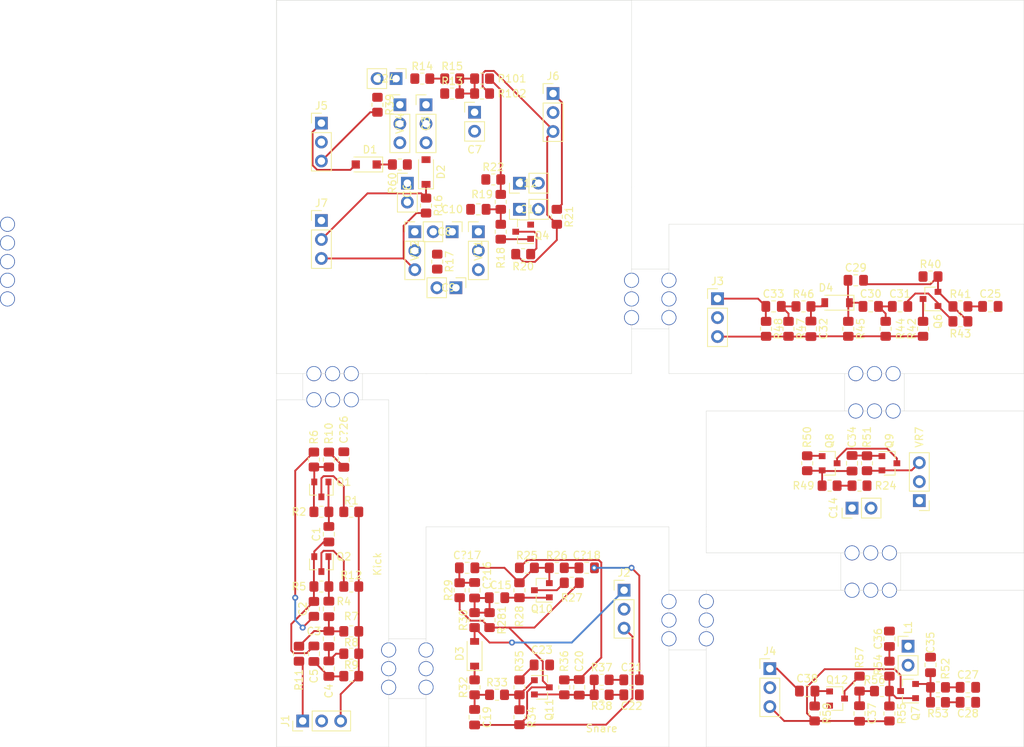
<source format=kicad_pcb>
(kicad_pcb (version 20171130) (host pcbnew "(5.1.9)-1")
  (layers (0 F.Cu signal) (31 B.Cu signal) (34 B.Paste user) (35 F.Paste user) (36 B.SilkS user) (37 F.SilkS user) (38 B.Mask user) (39 F.Mask user) (44 Edge.Cuts user))
  (net 0 "")
  (net 1 "Net-(C1-Pad2)")
  (net 2 "Net-(C1-Pad1)")
  (net 3 "Net-(C2-Pad2)")
  (net 4 "Net-(C2-Pad1)")
  (net 5 "Net-(C3-Pad1)")
  (net 6 "Net-(C4-Pad1)")
  (net 7 GND)
  (net 8 "Net-(C6-Pad1)")
  (net 9 "Net-(C7-Pad1)")
  (net 10 "/Hi Hats/NOISYOUT")
  (net 11 "Net-(C8-Pad1)")
  (net 12 "Net-(C9-Pad2)")
  (net 13 "Net-(C9-Pad1)")
  (net 14 "Net-(C10-Pad2)")
  (net 15 "Net-(C10-Pad1)")
  (net 16 /OUTPUT/OUT)
  (net 17 "Net-(C12-Pad1)")
  (net 18 "Net-(C14-Pad1)")
  (net 19 "Net-(C15-Pad2)")
  (net 20 "Net-(C15-Pad1)")
  (net 21 "Net-(C19-Pad1)")
  (net 22 "Net-(C20-Pad2)")
  (net 23 +6V)
  (net 24 /OUTPUT/ACCENT-IN)
  (net 25 "Net-(C21-Pad1)")
  (net 26 "Net-(C22-Pad1)")
  (net 27 "Net-(C23-Pad2)")
  (net 28 "/Hi Hats/NOISEIN")
  (net 29 "Net-(C24-Pad1)")
  (net 30 "Net-(C25-Pad1)")
  (net 31 "Net-(C27-Pad1)")
  (net 32 "Net-(C28-Pad1)")
  (net 33 "Net-(C29-Pad2)")
  (net 34 "Net-(C29-Pad1)")
  (net 35 "Net-(C30-Pad2)")
  (net 36 "Net-(C31-Pad2)")
  (net 37 "Net-(C32-Pad1)")
  (net 38 "Net-(C33-Pad2)")
  (net 39 "/Rim Shot/TRGIN")
  (net 40 "Net-(C34-Pad2)")
  (net 41 "Net-(C34-Pad1)")
  (net 42 "Net-(C35-Pad2)")
  (net 43 "Net-(C35-Pad1)")
  (net 44 "Net-(C36-Pad2)")
  (net 45 "Net-(C37-Pad1)")
  (net 46 "Net-(C38-Pad2)")
  (net 47 "/Hi Hats/TRGIN")
  (net 48 "Net-(C?16-Pad1)")
  (net 49 "Net-(C?17-Pad2)")
  (net 50 "Net-(C?18-Pad1)")
  (net 51 "Net-(C?26-Pad1)")
  (net 52 /OUTPUT/TRGIN)
  (net 53 "Net-(D1-Pad1)")
  (net 54 "Net-(D2-Pad2)")
  (net 55 "Net-(D2-Pad1)")
  (net 56 /Snare/TRGIN)
  (net 57 "Net-(D3-Pad1)")
  (net 58 "Net-(J1-Pad2)")
  (net 59 /Kick/TRGIN)
  (net 60 "Net-(J2-Pad2)")
  (net 61 "Net-(J3-Pad2)")
  (net 62 "Net-(J4-Pad2)")
  (net 63 "Net-(J5-Pad2)")
  (net 64 "Net-(J6-Pad2)")
  (net 65 "Net-(Q1-Pad3)")
  (net 66 "Net-(Q1-Pad2)")
  (net 67 "Net-(Q2-Pad3)")
  (net 68 "Net-(Q3-Pad3)")
  (net 69 "Net-(Q4-Pad3)")
  (net 70 "Net-(Q6-Pad3)")
  (net 71 "Net-(Q7-Pad1)")
  (net 72 "Net-(Q8-Pad1)")
  (net 73 "Net-(Q9-Pad2)")
  (net 74 "Net-(Q10-Pad3)")
  (net 75 "Net-(Q11-Pad1)")
  (net 76 "Net-(Q12-Pad3)")
  (net 77 "Net-(R17-Pad1)")
  (module Connector_PinHeader_2.54mm:PinHeader_1x02_P2.54mm_Vertical (layer F.Cu) (at 234.5 136.5)
    (fp_text reference L1 (at 0 -2.5 90) (layer F.SilkS))
    (fp_text value 45mH)
    (pad 2 thru_hole oval (at 0 2.54) (size 1.7 1.7) (drill 1) (layers *.Cu *.Mask) (net 42 "Net-(C35-Pad2)"))
    (pad 1 thru_hole rect (at 0 0) (size 1.7 1.7) (drill 1) (layers *.Cu *.Mask) (net 43 "Net-(C35-Pad1)"))
  )
  (module Connector_PinHeader_2.54mm:PinHeader_1x03_P2.54mm_Vertical (layer F.Cu) (at 236 117 180)
    (fp_text reference VR7 (at 0 8.5 90) (layer F.SilkS))
    (fp_text value 10kB)
    (pad 3 thru_hole oval (at 0 5.08 180) (size 1.7 1.7) (drill 1) (layers *.Cu *.Mask) (net 73 "Net-(Q9-Pad2)"))
    (pad 2 thru_hole oval (at 0 2.54 180) (size 1.7 1.7) (drill 1) (layers *.Cu *.Mask) (net 28 "/Hi Hats/NOISEIN"))
    (pad 1 thru_hole rect (at 0 0 180) (size 1.7 1.7) (drill 1) (layers *.Cu *.Mask) (net 18 "Net-(C14-Pad1)"))
  )
  (module Connector_PinHeader_2.54mm:PinHeader_1x03_P2.54mm_Vertical (layer F.Cu) (at 166.5 64)
    (fp_text reference VR4 (at 0 2.5 90) (layer F.SilkS))
    (fp_text value 500kC)
    (pad 3 thru_hole oval (at 0 5.08) (size 1.7 1.7) (drill 1) (layers *.Cu *.Mask))
    (pad 2 thru_hole oval (at 0 2.54) (size 1.7 1.7) (drill 1) (layers *.Cu *.Mask) (net 68 "Net-(Q3-Pad3)"))
    (pad 1 thru_hole rect (at 0 0) (size 1.7 1.7) (drill 1) (layers *.Cu *.Mask) (net 29 "Net-(C24-Pad1)"))
  )
  (module Connector_PinHeader_2.54mm:PinHeader_1x03_P2.54mm_Vertical (layer F.Cu) (at 168.5 81)
    (fp_text reference VR2 (at 0 2.5 90) (layer F.SilkS))
    (fp_text value 10kA)
    (pad 3 thru_hole oval (at 0 5.08) (size 1.7 1.7) (drill 1) (layers *.Cu *.Mask) (net 7 GND))
    (pad 2 thru_hole oval (at 0 2.54) (size 1.7 1.7) (drill 1) (layers *.Cu *.Mask) (net 77 "Net-(R17-Pad1)"))
    (pad 1 thru_hole rect (at 0 0) (size 1.7 1.7) (drill 1) (layers *.Cu *.Mask) (net 10 "/Hi Hats/NOISYOUT"))
  )
  (module Connector_PinHeader_2.54mm:PinHeader_1x03_P2.54mm_Vertical (layer F.Cu) (at 177 81)
    (fp_text reference VR1 (at 0 2.5 90) (layer F.SilkS))
    (fp_text value 1MA)
    (pad 3 thru_hole oval (at 0 5.08) (size 1.7 1.7) (drill 1) (layers *.Cu *.Mask))
    (pad 2 thru_hole oval (at 0 2.54) (size 1.7 1.7) (drill 1) (layers *.Cu *.Mask) (net 13 "Net-(C9-Pad1)"))
    (pad 1 thru_hole rect (at 0 0) (size 1.7 1.7) (drill 1) (layers *.Cu *.Mask) (net 15 "Net-(C10-Pad1)"))
  )
  (module Resistor_SMD:R_0805_2012Metric_Pad1.20x1.40mm_HandSolder (layer F.Cu) (at 178.5 133 270)
    (fp_text reference R281 (at 0 -1.65 90) (layer F.SilkS))
    (fp_text value 22k)
    (pad 2 smd roundrect (at 1 0 270) (size 1.2 1.4) (layers F.Cu F.Paste F.Mask) (roundrect_rratio 0.208333) (net 7 GND))
    (pad 1 smd roundrect (at -1 0 270) (size 1.2 1.4) (layers F.Cu F.Paste F.Mask) (roundrect_rratio 0.208333) (net 20 "Net-(C15-Pad1)"))
  )
  (module Resistor_SMD:R_0805_2012Metric_Pad1.20x1.40mm_HandSolder (layer F.Cu) (at 177.5 62.5)
    (fp_text reference R102 (at 4 0) (layer F.SilkS))
    (fp_text value 68k)
    (pad 2 smd roundrect (at 1 0) (size 1.2 1.4) (layers F.Cu F.Paste F.Mask) (roundrect_rratio 0.208333) (net 7 GND))
    (pad 1 smd roundrect (at -1 0) (size 1.2 1.4) (layers F.Cu F.Paste F.Mask) (roundrect_rratio 0.208333) (net 9 "Net-(C7-Pad1)"))
  )
  (module Resistor_SMD:R_0805_2012Metric_Pad1.20x1.40mm_HandSolder (layer F.Cu) (at 177.5 60.5 180)
    (fp_text reference R101 (at -4 0) (layer F.SilkS))
    (fp_text value 22k)
    (pad 2 smd roundrect (at 1 0 180) (size 1.2 1.4) (layers F.Cu F.Paste F.Mask) (roundrect_rratio 0.208333) (net 9 "Net-(C7-Pad1)"))
    (pad 1 smd roundrect (at -1 0 180) (size 1.2 1.4) (layers F.Cu F.Paste F.Mask) (roundrect_rratio 0.208333) (net 17 "Net-(C12-Pad1)"))
  )
  (module Resistor_SMD:R_0805_2012Metric_Pad1.20x1.40mm_HandSolder (layer F.Cu) (at 166.5 72)
    (fp_text reference R60 (at -1 2.5 90) (layer F.SilkS))
    (fp_text value 1k)
    (pad 2 smd roundrect (at 1 0) (size 1.2 1.4) (layers F.Cu F.Paste F.Mask) (roundrect_rratio 0.208333) (net 8 "Net-(C6-Pad1)"))
    (pad 1 smd roundrect (at -1 0) (size 1.2 1.4) (layers F.Cu F.Paste F.Mask) (roundrect_rratio 0.208333) (net 53 "Net-(D1-Pad1)"))
  )
  (module Resistor_SMD:R_0805_2012Metric_Pad1.20x1.40mm_HandSolder (layer F.Cu) (at 222 145.5 270)
    (fp_text reference R59 (at 0 -1.65 90) (layer F.SilkS))
    (fp_text value 1M)
    (pad 2 smd roundrect (at 1 0 270) (size 1.2 1.4) (layers F.Cu F.Paste F.Mask) (roundrect_rratio 0.208333) (net 7 GND))
    (pad 1 smd roundrect (at -1 0 270) (size 1.2 1.4) (layers F.Cu F.Paste F.Mask) (roundrect_rratio 0.208333) (net 46 "Net-(C38-Pad2)"))
  )
  (module Resistor_SMD:R_0805_2012Metric_Pad1.20x1.40mm_HandSolder (layer F.Cu) (at 228 141.5 270)
    (fp_text reference R57 (at -3.5 0 90) (layer F.SilkS))
    (fp_text value 82k)
    (pad 2 smd roundrect (at 1 0 270) (size 1.2 1.4) (layers F.Cu F.Paste F.Mask) (roundrect_rratio 0.208333) (net 45 "Net-(C37-Pad1)"))
    (pad 1 smd roundrect (at -1 0 270) (size 1.2 1.4) (layers F.Cu F.Paste F.Mask) (roundrect_rratio 0.208333) (net 76 "Net-(Q12-Pad3)"))
  )
  (module Resistor_SMD:R_0805_2012Metric_Pad1.20x1.40mm_HandSolder (layer F.Cu) (at 231 142.5)
    (fp_text reference R56 (at -1 -1.5) (layer F.SilkS))
    (fp_text value 2.2M)
    (pad 2 smd roundrect (at 1 0) (size 1.2 1.4) (layers F.Cu F.Paste F.Mask) (roundrect_rratio 0.208333) (net 71 "Net-(Q7-Pad1)"))
    (pad 1 smd roundrect (at -1 0) (size 1.2 1.4) (layers F.Cu F.Paste F.Mask) (roundrect_rratio 0.208333) (net 45 "Net-(C37-Pad1)"))
  )
  (module Resistor_SMD:R_0805_2012Metric_Pad1.20x1.40mm_HandSolder (layer F.Cu) (at 232 145.5 270)
    (fp_text reference R55 (at 0 -1.65 90) (layer F.SilkS))
    (fp_text value 1M)
    (pad 2 smd roundrect (at 1 0 270) (size 1.2 1.4) (layers F.Cu F.Paste F.Mask) (roundrect_rratio 0.208333) (net 7 GND))
    (pad 1 smd roundrect (at -1 0 270) (size 1.2 1.4) (layers F.Cu F.Paste F.Mask) (roundrect_rratio 0.208333) (net 71 "Net-(Q7-Pad1)"))
  )
  (module Resistor_SMD:R_0805_2012Metric_Pad1.20x1.40mm_HandSolder (layer F.Cu) (at 232 139.5 270)
    (fp_text reference R54 (at -0.5 1.5 270) (layer F.SilkS))
    (fp_text value 10k)
    (pad 2 smd roundrect (at 1 0 270) (size 1.2 1.4) (layers F.Cu F.Paste F.Mask) (roundrect_rratio 0.208333) (net 71 "Net-(Q7-Pad1)"))
    (pad 1 smd roundrect (at -1 0 270) (size 1.2 1.4) (layers F.Cu F.Paste F.Mask) (roundrect_rratio 0.208333) (net 44 "Net-(C36-Pad2)"))
  )
  (module Resistor_SMD:R_0805_2012Metric_Pad1.20x1.40mm_HandSolder (layer F.Cu) (at 238.5 144)
    (fp_text reference R53 (at 0 1.5) (layer F.SilkS))
    (fp_text value 47k)
    (pad 2 smd roundrect (at 1 0) (size 1.2 1.4) (layers F.Cu F.Paste F.Mask) (roundrect_rratio 0.208333) (net 32 "Net-(C28-Pad1)"))
    (pad 1 smd roundrect (at -1 0) (size 1.2 1.4) (layers F.Cu F.Paste F.Mask) (roundrect_rratio 0.208333) (net 42 "Net-(C35-Pad2)"))
  )
  (module Resistor_SMD:R_0805_2012Metric_Pad1.20x1.40mm_HandSolder (layer F.Cu) (at 238.5 142)
    (fp_text reference R52 (at 1 -2.5 90) (layer F.SilkS))
    (fp_text value 10k)
    (pad 2 smd roundrect (at 1 0) (size 1.2 1.4) (layers F.Cu F.Paste F.Mask) (roundrect_rratio 0.208333) (net 31 "Net-(C27-Pad1)"))
    (pad 1 smd roundrect (at -1 0) (size 1.2 1.4) (layers F.Cu F.Paste F.Mask) (roundrect_rratio 0.208333) (net 42 "Net-(C35-Pad2)"))
  )
  (module Resistor_SMD:R_0805_2012Metric_Pad1.20x1.40mm_HandSolder (layer F.Cu) (at 229 112 90)
    (fp_text reference R51 (at 3.5 0 90) (layer F.SilkS))
    (fp_text value 2.2M)
    (pad 2 smd roundrect (at 1 0 90) (size 1.2 1.4) (layers F.Cu F.Paste F.Mask) (roundrect_rratio 0.208333) (net 40 "Net-(C34-Pad2)"))
    (pad 1 smd roundrect (at -1 0 90) (size 1.2 1.4) (layers F.Cu F.Paste F.Mask) (roundrect_rratio 0.208333) (net 73 "Net-(Q9-Pad2)"))
  )
  (module Resistor_SMD:R_0805_2012Metric_Pad1.20x1.40mm_HandSolder (layer F.Cu) (at 221 112 90)
    (fp_text reference R50 (at 3.5 0 90) (layer F.SilkS))
    (fp_text value 2.2M)
    (pad 2 smd roundrect (at 1 0 90) (size 1.2 1.4) (layers F.Cu F.Paste F.Mask) (roundrect_rratio 0.208333) (net 72 "Net-(Q8-Pad1)"))
    (pad 1 smd roundrect (at -1 0 90) (size 1.2 1.4) (layers F.Cu F.Paste F.Mask) (roundrect_rratio 0.208333) (net 41 "Net-(C34-Pad1)"))
  )
  (module Resistor_SMD:R_0805_2012Metric_Pad1.20x1.40mm_HandSolder (layer F.Cu) (at 224 115)
    (fp_text reference R49 (at -3.5 0) (layer F.SilkS))
    (fp_text value 10k)
    (pad 2 smd roundrect (at 1 0) (size 1.2 1.4) (layers F.Cu F.Paste F.Mask) (roundrect_rratio 0.208333) (net 18 "Net-(C14-Pad1)"))
    (pad 1 smd roundrect (at -1 0) (size 1.2 1.4) (layers F.Cu F.Paste F.Mask) (roundrect_rratio 0.208333) (net 41 "Net-(C34-Pad1)"))
  )
  (module Resistor_SMD:R_0805_2012Metric_Pad1.20x1.40mm_HandSolder (layer F.Cu) (at 215.5 94 270)
    (fp_text reference R48 (at 0 -1.65 90) (layer F.SilkS))
    (fp_text value 33k)
    (pad 2 smd roundrect (at 1 0 270) (size 1.2 1.4) (layers F.Cu F.Paste F.Mask) (roundrect_rratio 0.208333) (net 7 GND))
    (pad 1 smd roundrect (at -1 0 270) (size 1.2 1.4) (layers F.Cu F.Paste F.Mask) (roundrect_rratio 0.208333) (net 39 "/Rim Shot/TRGIN"))
  )
  (module Resistor_SMD:R_0805_2012Metric_Pad1.20x1.40mm_HandSolder (layer F.Cu) (at 218.5 94 270)
    (fp_text reference R47 (at 0 -1.65 90) (layer F.SilkS))
    (fp_text value 100k)
    (pad 2 smd roundrect (at 1 0 270) (size 1.2 1.4) (layers F.Cu F.Paste F.Mask) (roundrect_rratio 0.208333) (net 7 GND))
    (pad 1 smd roundrect (at -1 0 270) (size 1.2 1.4) (layers F.Cu F.Paste F.Mask) (roundrect_rratio 0.208333) (net 38 "Net-(C33-Pad2)"))
  )
  (module Resistor_SMD:R_0805_2012Metric_Pad1.20x1.40mm_HandSolder (layer F.Cu) (at 220.5 91)
    (fp_text reference R46 (at 0 -1.65) (layer F.SilkS))
    (fp_text value 33k)
    (pad 2 smd roundrect (at 1 0) (size 1.2 1.4) (layers F.Cu F.Paste F.Mask) (roundrect_rratio 0.208333) (net 37 "Net-(C32-Pad1)"))
    (pad 1 smd roundrect (at -1 0) (size 1.2 1.4) (layers F.Cu F.Paste F.Mask) (roundrect_rratio 0.208333) (net 38 "Net-(C33-Pad2)"))
  )
  (module Resistor_SMD:R_0805_2012Metric_Pad1.20x1.40mm_HandSolder (layer F.Cu) (at 226.5 94 270)
    (fp_text reference R45 (at 0 -1.65 90) (layer F.SilkS))
    (fp_text value 22k)
    (pad 2 smd roundrect (at 1 0 270) (size 1.2 1.4) (layers F.Cu F.Paste F.Mask) (roundrect_rratio 0.208333) (net 7 GND))
    (pad 1 smd roundrect (at -1 0 270) (size 1.2 1.4) (layers F.Cu F.Paste F.Mask) (roundrect_rratio 0.208333) (net 34 "Net-(C29-Pad1)"))
  )
  (module Resistor_SMD:R_0805_2012Metric_Pad1.20x1.40mm_HandSolder (layer F.Cu) (at 231.5 94 270)
    (fp_text reference R44 (at 0 -2 90) (layer F.SilkS))
    (fp_text value 22k)
    (pad 2 smd roundrect (at 1 0 270) (size 1.2 1.4) (layers F.Cu F.Paste F.Mask) (roundrect_rratio 0.208333) (net 7 GND))
    (pad 1 smd roundrect (at -1 0 270) (size 1.2 1.4) (layers F.Cu F.Paste F.Mask) (roundrect_rratio 0.208333) (net 35 "Net-(C30-Pad2)"))
  )
  (module Resistor_SMD:R_0805_2012Metric_Pad1.20x1.40mm_HandSolder (layer F.Cu) (at 241.5 93 180)
    (fp_text reference R43 (at 0 -1.65) (layer F.SilkS))
    (fp_text value 2.2M)
    (pad 2 smd roundrect (at 1 0 180) (size 1.2 1.4) (layers F.Cu F.Paste F.Mask) (roundrect_rratio 0.208333) (net 36 "Net-(C31-Pad2)"))
    (pad 1 smd roundrect (at -1 0 180) (size 1.2 1.4) (layers F.Cu F.Paste F.Mask) (roundrect_rratio 0.208333) (net 33 "Net-(C29-Pad2)"))
  )
  (module Resistor_SMD:R_0805_2012Metric_Pad1.20x1.40mm_HandSolder (layer F.Cu) (at 236.5 94 270)
    (fp_text reference R42 (at 0 1.5 90) (layer F.SilkS))
    (fp_text value 270)
    (pad 2 smd roundrect (at 1 0 270) (size 1.2 1.4) (layers F.Cu F.Paste F.Mask) (roundrect_rratio 0.208333) (net 7 GND))
    (pad 1 smd roundrect (at -1 0 270) (size 1.2 1.4) (layers F.Cu F.Paste F.Mask) (roundrect_rratio 0.208333) (net 70 "Net-(Q6-Pad3)"))
  )
  (module Resistor_SMD:R_0805_2012Metric_Pad1.20x1.40mm_HandSolder (layer F.Cu) (at 241.5 91)
    (fp_text reference R41 (at 0 -1.65) (layer F.SilkS))
    (fp_text value 47k)
    (pad 2 smd roundrect (at 1 0) (size 1.2 1.4) (layers F.Cu F.Paste F.Mask) (roundrect_rratio 0.208333) (net 30 "Net-(C25-Pad1)"))
    (pad 1 smd roundrect (at -1 0) (size 1.2 1.4) (layers F.Cu F.Paste F.Mask) (roundrect_rratio 0.208333) (net 33 "Net-(C29-Pad2)"))
  )
  (module Resistor_SMD:R_0805_2012Metric_Pad1.20x1.40mm_HandSolder (layer F.Cu) (at 237.5 87)
    (fp_text reference R40 (at 0 -1.65) (layer F.SilkS))
    (fp_text value 10k)
    (pad 2 smd roundrect (at 1 0) (size 1.2 1.4) (layers F.Cu F.Paste F.Mask) (roundrect_rratio 0.208333) (net 33 "Net-(C29-Pad2)"))
    (pad 1 smd roundrect (at -1 0) (size 1.2 1.4) (layers F.Cu F.Paste F.Mask) (roundrect_rratio 0.208333) (net 23 +6V))
  )
  (module Resistor_SMD:R_0805_2012Metric_Pad1.20x1.40mm_HandSolder (layer F.Cu) (at 163.5 64 270)
    (fp_text reference R39 (at 0 -1.65 90) (layer F.SilkS))
    (fp_text value 47k)
    (pad 2 smd roundrect (at 1 0 270) (size 1.2 1.4) (layers F.Cu F.Paste F.Mask) (roundrect_rratio 0.208333) (net 7 GND))
    (pad 1 smd roundrect (at -1 0 270) (size 1.2 1.4) (layers F.Cu F.Paste F.Mask) (roundrect_rratio 0.208333) (net 24 /OUTPUT/ACCENT-IN))
  )
  (module Resistor_SMD:R_0805_2012Metric_Pad1.20x1.40mm_HandSolder (layer F.Cu) (at 193.5 143)
    (fp_text reference R38 (at 0 1.5) (layer F.SilkS))
    (fp_text value 47k)
    (pad 2 smd roundrect (at 1 0) (size 1.2 1.4) (layers F.Cu F.Paste F.Mask) (roundrect_rratio 0.208333) (net 26 "Net-(C22-Pad1)"))
    (pad 1 smd roundrect (at -1 0) (size 1.2 1.4) (layers F.Cu F.Paste F.Mask) (roundrect_rratio 0.208333) (net 22 "Net-(C20-Pad2)"))
  )
  (module Resistor_SMD:R_0805_2012Metric_Pad1.20x1.40mm_HandSolder (layer F.Cu) (at 193.5 140.995001)
    (fp_text reference R37 (at 0 -1.65) (layer F.SilkS))
    (fp_text value 10k)
    (pad 2 smd roundrect (at 1 0) (size 1.2 1.4) (layers F.Cu F.Paste F.Mask) (roundrect_rratio 0.208333) (net 25 "Net-(C21-Pad1)"))
    (pad 1 smd roundrect (at -1 0) (size 1.2 1.4) (layers F.Cu F.Paste F.Mask) (roundrect_rratio 0.208333) (net 22 "Net-(C20-Pad2)"))
  )
  (module Resistor_SMD:R_0805_2012Metric_Pad1.20x1.40mm_HandSolder (layer F.Cu) (at 188.5 142 270)
    (fp_text reference R36 (at -3.5 0 90) (layer F.SilkS))
    (fp_text value 10k)
    (pad 2 smd roundrect (at 1 0 270) (size 1.2 1.4) (layers F.Cu F.Paste F.Mask) (roundrect_rratio 0.208333) (net 22 "Net-(C20-Pad2)"))
    (pad 1 smd roundrect (at -1 0 270) (size 1.2 1.4) (layers F.Cu F.Paste F.Mask) (roundrect_rratio 0.208333) (net 23 +6V))
  )
  (module Resistor_SMD:R_0805_2012Metric_Pad1.20x1.40mm_HandSolder (layer F.Cu) (at 182.5 142 270)
    (fp_text reference R35 (at -3.5 0 90) (layer F.SilkS))
    (fp_text value 10k)
    (pad 2 smd roundrect (at 1 0 270) (size 1.2 1.4) (layers F.Cu F.Paste F.Mask) (roundrect_rratio 0.208333) (net 75 "Net-(Q11-Pad1)"))
    (pad 1 smd roundrect (at -1 0 270) (size 1.2 1.4) (layers F.Cu F.Paste F.Mask) (roundrect_rratio 0.208333) (net 27 "Net-(C23-Pad2)"))
  )
  (module Resistor_SMD:R_0805_2012Metric_Pad1.20x1.40mm_HandSolder (layer F.Cu) (at 182.5 146 270)
    (fp_text reference R34 (at 0 -1.65 90) (layer F.SilkS))
    (fp_text value 1M)
    (pad 2 smd roundrect (at 1 0 270) (size 1.2 1.4) (layers F.Cu F.Paste F.Mask) (roundrect_rratio 0.208333) (net 7 GND))
    (pad 1 smd roundrect (at -1 0 270) (size 1.2 1.4) (layers F.Cu F.Paste F.Mask) (roundrect_rratio 0.208333) (net 75 "Net-(Q11-Pad1)"))
  )
  (module Resistor_SMD:R_0805_2012Metric_Pad1.20x1.40mm_HandSolder (layer F.Cu) (at 179.5 143)
    (fp_text reference R33 (at 0 -1.65) (layer F.SilkS))
    (fp_text value 2.2M)
    (pad 2 smd roundrect (at 1 0) (size 1.2 1.4) (layers F.Cu F.Paste F.Mask) (roundrect_rratio 0.208333) (net 75 "Net-(Q11-Pad1)"))
    (pad 1 smd roundrect (at -1 0) (size 1.2 1.4) (layers F.Cu F.Paste F.Mask) (roundrect_rratio 0.208333) (net 21 "Net-(C19-Pad1)"))
  )
  (module Resistor_SMD:R_0805_2012Metric_Pad1.20x1.40mm_HandSolder (layer F.Cu) (at 176.5 142 270)
    (fp_text reference R32 (at 0 1.5 90) (layer F.SilkS))
    (fp_text value 120k)
    (pad 2 smd roundrect (at 1 0 270) (size 1.2 1.4) (layers F.Cu F.Paste F.Mask) (roundrect_rratio 0.208333) (net 21 "Net-(C19-Pad1)"))
    (pad 1 smd roundrect (at -1 0 270) (size 1.2 1.4) (layers F.Cu F.Paste F.Mask) (roundrect_rratio 0.208333) (net 57 "Net-(D3-Pad1)"))
  )
  (module Resistor_SMD:R_0805_2012Metric_Pad1.20x1.40mm_HandSolder (layer F.Cu) (at 176.5 133 270)
    (fp_text reference R30 (at 0 1.5 90) (layer F.SilkS))
    (fp_text value 470k)
    (pad 2 smd roundrect (at 1 0 270) (size 1.2 1.4) (layers F.Cu F.Paste F.Mask) (roundrect_rratio 0.208333) (net 56 /Snare/TRGIN))
    (pad 1 smd roundrect (at -1 0 270) (size 1.2 1.4) (layers F.Cu F.Paste F.Mask) (roundrect_rratio 0.208333) (net 20 "Net-(C15-Pad1)"))
  )
  (module Resistor_SMD:R_0805_2012Metric_Pad1.20x1.40mm_HandSolder (layer F.Cu) (at 174.5 129 270)
    (fp_text reference R29 (at 0 1.5 90) (layer F.SilkS))
    (fp_text value 22k)
    (pad 2 smd roundrect (at 1 0 270) (size 1.2 1.4) (layers F.Cu F.Paste F.Mask) (roundrect_rratio 0.208333) (net 7 GND))
    (pad 1 smd roundrect (at -1 0 270) (size 1.2 1.4) (layers F.Cu F.Paste F.Mask) (roundrect_rratio 0.208333) (net 48 "Net-(C?16-Pad1)"))
  )
  (module Resistor_SMD:R_0805_2012Metric_Pad1.20x1.40mm_HandSolder (layer F.Cu) (at 182.5 129 270)
    (fp_text reference R28 (at 3.5 0 90) (layer F.SilkS))
    (fp_text value 2.2M)
    (pad 2 smd roundrect (at 1 0 270) (size 1.2 1.4) (layers F.Cu F.Paste F.Mask) (roundrect_rratio 0.208333) (net 19 "Net-(C15-Pad2)"))
    (pad 1 smd roundrect (at -1 0 270) (size 1.2 1.4) (layers F.Cu F.Paste F.Mask) (roundrect_rratio 0.208333) (net 49 "Net-(C?17-Pad2)"))
  )
  (module Resistor_SMD:R_0805_2012Metric_Pad1.20x1.40mm_HandSolder (layer F.Cu) (at 189.5 128)
    (fp_text reference R27 (at 0 2) (layer F.SilkS))
    (fp_text value 330)
    (pad 2 smd roundrect (at 1 0) (size 1.2 1.4) (layers F.Cu F.Paste F.Mask) (roundrect_rratio 0.208333) (net 7 GND))
    (pad 1 smd roundrect (at -1 0) (size 1.2 1.4) (layers F.Cu F.Paste F.Mask) (roundrect_rratio 0.208333) (net 74 "Net-(Q10-Pad3)"))
  )
  (module Resistor_SMD:R_0805_2012Metric_Pad1.20x1.40mm_HandSolder (layer F.Cu) (at 187.5 126)
    (fp_text reference R26 (at 0 -1.65) (layer F.SilkS))
    (fp_text value 180k)
    (pad 2 smd roundrect (at 1 0) (size 1.2 1.4) (layers F.Cu F.Paste F.Mask) (roundrect_rratio 0.208333) (net 50 "Net-(C?18-Pad1)"))
    (pad 1 smd roundrect (at -1 0) (size 1.2 1.4) (layers F.Cu F.Paste F.Mask) (roundrect_rratio 0.208333) (net 49 "Net-(C?17-Pad2)"))
  )
  (module Resistor_SMD:R_0805_2012Metric_Pad1.20x1.40mm_HandSolder (layer F.Cu) (at 183.5 126)
    (fp_text reference R25 (at 0 -1.65) (layer F.SilkS))
    (fp_text value 10k)
    (pad 2 smd roundrect (at 1 0) (size 1.2 1.4) (layers F.Cu F.Paste F.Mask) (roundrect_rratio 0.208333) (net 49 "Net-(C?17-Pad2)"))
    (pad 1 smd roundrect (at -1 0) (size 1.2 1.4) (layers F.Cu F.Paste F.Mask) (roundrect_rratio 0.208333) (net 23 +6V))
  )
  (module Resistor_SMD:R_0805_2012Metric_Pad1.20x1.40mm_HandSolder (layer F.Cu) (at 228 115)
    (fp_text reference R24 (at 3.5 0) (layer F.SilkS))
    (fp_text value 1K)
    (pad 2 smd roundrect (at 1 0) (size 1.2 1.4) (layers F.Cu F.Paste F.Mask) (roundrect_rratio 0.208333) (net 23 +6V))
    (pad 1 smd roundrect (at -1 0) (size 1.2 1.4) (layers F.Cu F.Paste F.Mask) (roundrect_rratio 0.208333) (net 18 "Net-(C14-Pad1)"))
  )
  (module Resistor_SMD:R_0805_2012Metric_Pad1.20x1.40mm_HandSolder (layer F.Cu) (at 179 74)
    (fp_text reference R22 (at 0 -1.65) (layer F.SilkS))
    (fp_text value 1k)
    (pad 2 smd roundrect (at 1 0) (size 1.2 1.4) (layers F.Cu F.Paste F.Mask) (roundrect_rratio 0.208333) (net 17 "Net-(C12-Pad1)"))
    (pad 1 smd roundrect (at -1 0) (size 1.2 1.4) (layers F.Cu F.Paste F.Mask) (roundrect_rratio 0.208333) (net 23 +6V))
  )
  (module Resistor_SMD:R_0805_2012Metric_Pad1.20x1.40mm_HandSolder (layer F.Cu) (at 187.5 79 270)
    (fp_text reference R21 (at 0 -1.65 90) (layer F.SilkS))
    (fp_text value 100k)
    (pad 2 smd roundrect (at 1 0 270) (size 1.2 1.4) (layers F.Cu F.Paste F.Mask) (roundrect_rratio 0.208333) (net 7 GND))
    (pad 1 smd roundrect (at -1 0 270) (size 1.2 1.4) (layers F.Cu F.Paste F.Mask) (roundrect_rratio 0.208333) (net 16 /OUTPUT/OUT))
  )
  (module Resistor_SMD:R_0805_2012Metric_Pad1.20x1.40mm_HandSolder (layer F.Cu) (at 183 84 180)
    (fp_text reference R20 (at 0 -1.65) (layer F.SilkS))
    (fp_text value 100)
    (pad 2 smd roundrect (at 1 0 180) (size 1.2 1.4) (layers F.Cu F.Paste F.Mask) (roundrect_rratio 0.208333) (net 7 GND))
    (pad 1 smd roundrect (at -1 0 180) (size 1.2 1.4) (layers F.Cu F.Paste F.Mask) (roundrect_rratio 0.208333) (net 69 "Net-(Q4-Pad3)"))
  )
  (module Resistor_SMD:R_0805_2012Metric_Pad1.20x1.40mm_HandSolder (layer F.Cu) (at 180 77 270)
    (fp_text reference R19 (at -1 2.5 180) (layer F.SilkS))
    (fp_text value 10k)
    (pad 2 smd roundrect (at 1 0 270) (size 1.2 1.4) (layers F.Cu F.Paste F.Mask) (roundrect_rratio 0.208333) (net 14 "Net-(C10-Pad2)"))
    (pad 1 smd roundrect (at -1 0 270) (size 1.2 1.4) (layers F.Cu F.Paste F.Mask) (roundrect_rratio 0.208333) (net 17 "Net-(C12-Pad1)"))
  )
  (module Resistor_SMD:R_0805_2012Metric_Pad1.20x1.40mm_HandSolder (layer F.Cu) (at 180 81 270)
    (fp_text reference R18 (at 3.5 0 90) (layer F.SilkS))
    (fp_text value 2.2M)
    (pad 2 smd roundrect (at 1 0 270) (size 1.2 1.4) (layers F.Cu F.Paste F.Mask) (roundrect_rratio 0.208333) (net 13 "Net-(C9-Pad1)"))
    (pad 1 smd roundrect (at -1 0 270) (size 1.2 1.4) (layers F.Cu F.Paste F.Mask) (roundrect_rratio 0.208333) (net 14 "Net-(C10-Pad2)"))
  )
  (module Resistor_SMD:R_0805_2012Metric_Pad1.20x1.40mm_HandSolder (layer F.Cu) (at 171.5 85 270)
    (fp_text reference R17 (at 0 -1.65 90) (layer F.SilkS))
    (fp_text value 1k)
    (pad 2 smd roundrect (at 1 0 270) (size 1.2 1.4) (layers F.Cu F.Paste F.Mask) (roundrect_rratio 0.208333) (net 12 "Net-(C9-Pad2)"))
    (pad 1 smd roundrect (at -1 0 270) (size 1.2 1.4) (layers F.Cu F.Paste F.Mask) (roundrect_rratio 0.208333) (net 77 "Net-(R17-Pad1)"))
  )
  (module Resistor_SMD:R_0805_2012Metric_Pad1.20x1.40mm_HandSolder (layer F.Cu) (at 170 77.5 270)
    (fp_text reference R16 (at 0 -1.65 90) (layer F.SilkS))
    (fp_text value 680k)
    (pad 2 smd roundrect (at 1 0 270) (size 1.2 1.4) (layers F.Cu F.Paste F.Mask) (roundrect_rratio 0.208333) (net 7 GND))
    (pad 1 smd roundrect (at -1 0 270) (size 1.2 1.4) (layers F.Cu F.Paste F.Mask) (roundrect_rratio 0.208333) (net 55 "Net-(D2-Pad1)"))
  )
  (module Resistor_SMD:R_0805_2012Metric_Pad1.20x1.40mm_HandSolder (layer F.Cu) (at 173.5 60.5)
    (fp_text reference R15 (at 0 -1.65) (layer F.SilkS))
    (fp_text value 68k)
    (pad 2 smd roundrect (at 1 0) (size 1.2 1.4) (layers F.Cu F.Paste F.Mask) (roundrect_rratio 0.208333) (net 9 "Net-(C7-Pad1)"))
    (pad 1 smd roundrect (at -1 0) (size 1.2 1.4) (layers F.Cu F.Paste F.Mask) (roundrect_rratio 0.208333) (net 11 "Net-(C8-Pad1)"))
  )
  (module Resistor_SMD:R_0805_2012Metric_Pad1.20x1.40mm_HandSolder (layer F.Cu) (at 169.5 60.5)
    (fp_text reference R14 (at 0 -1.65) (layer F.SilkS))
    (fp_text value 100k)
    (pad 2 smd roundrect (at 1 0) (size 1.2 1.4) (layers F.Cu F.Paste F.Mask) (roundrect_rratio 0.208333) (net 11 "Net-(C8-Pad1)"))
    (pad 1 smd roundrect (at -1 0) (size 1.2 1.4) (layers F.Cu F.Paste F.Mask) (roundrect_rratio 0.208333) (net 29 "Net-(C24-Pad1)"))
  )
  (module Resistor_SMD:R_0805_2012Metric_Pad1.20x1.40mm_HandSolder (layer F.Cu) (at 173.5 62.5)
    (fp_text reference R13 (at 0 -1.65) (layer F.SilkS))
    (fp_text value 2.2M)
    (pad 2 smd roundrect (at 1 0) (size 1.2 1.4) (layers F.Cu F.Paste F.Mask) (roundrect_rratio 0.208333) (net 9 "Net-(C7-Pad1)"))
    (pad 1 smd roundrect (at -1 0) (size 1.2 1.4) (layers F.Cu F.Paste F.Mask) (roundrect_rratio 0.208333) (net 54 "Net-(D2-Pad2)"))
  )
  (module Resistor_SMD:R_0805_2012Metric_Pad1.20x1.40mm_HandSolder (layer F.Cu) (at 160 128.5 180)
    (fp_text reference R12 (at 0 1.5) (layer F.SilkS))
    (fp_text value 820)
    (pad 2 smd roundrect (at 1 0 180) (size 1.2 1.4) (layers F.Cu F.Paste F.Mask) (roundrect_rratio 0.208333) (net 67 "Net-(Q2-Pad3)"))
    (pad 1 smd roundrect (at -1 0 180) (size 1.2 1.4) (layers F.Cu F.Paste F.Mask) (roundrect_rratio 0.208333) (net 7 GND))
  )
  (module Resistor_SMD:R_0805_2012Metric_Pad1.20x1.40mm_HandSolder (layer F.Cu) (at 153 137.5 270)
    (fp_text reference R11 (at 3.5 0 90) (layer F.SilkS))
    (fp_text value 680k)
    (pad 2 smd roundrect (at 1 0 270) (size 1.2 1.4) (layers F.Cu F.Paste F.Mask) (roundrect_rratio 0.208333) (net 59 /Kick/TRGIN))
    (pad 1 smd roundrect (at -1 0 270) (size 1.2 1.4) (layers F.Cu F.Paste F.Mask) (roundrect_rratio 0.208333) (net 4 "Net-(C2-Pad1)"))
  )
  (module Resistor_SMD:R_0805_2012Metric_Pad1.20x1.40mm_HandSolder (layer F.Cu) (at 157 111.5 270)
    (fp_text reference R10 (at -3.5 0 90) (layer F.SilkS))
    (fp_text value 150k)
    (pad 2 smd roundrect (at 1 0 270) (size 1.2 1.4) (layers F.Cu F.Paste F.Mask) (roundrect_rratio 0.208333) (net 66 "Net-(Q1-Pad2)"))
    (pad 1 smd roundrect (at -1 0 270) (size 1.2 1.4) (layers F.Cu F.Paste F.Mask) (roundrect_rratio 0.208333) (net 51 "Net-(C?26-Pad1)"))
  )
  (module Resistor_SMD:R_0805_2012Metric_Pad1.20x1.40mm_HandSolder (layer F.Cu) (at 160 140.5 180)
    (fp_text reference R9 (at 0 1.5) (layer F.SilkS))
    (fp_text value 22k)
    (pad 2 smd roundrect (at 1 0 180) (size 1.2 1.4) (layers F.Cu F.Paste F.Mask) (roundrect_rratio 0.208333) (net 6 "Net-(C4-Pad1)"))
    (pad 1 smd roundrect (at -1 0 180) (size 1.2 1.4) (layers F.Cu F.Paste F.Mask) (roundrect_rratio 0.208333) (net 7 GND))
  )
  (module Resistor_SMD:R_0805_2012Metric_Pad1.20x1.40mm_HandSolder (layer F.Cu) (at 160 137.5 180)
    (fp_text reference R8 (at 0 1.5) (layer F.SilkS))
    (fp_text value 22k)
    (pad 2 smd roundrect (at 1 0 180) (size 1.2 1.4) (layers F.Cu F.Paste F.Mask) (roundrect_rratio 0.208333) (net 5 "Net-(C3-Pad1)"))
    (pad 1 smd roundrect (at -1 0 180) (size 1.2 1.4) (layers F.Cu F.Paste F.Mask) (roundrect_rratio 0.208333) (net 7 GND))
  )
  (module Resistor_SMD:R_0805_2012Metric_Pad1.20x1.40mm_HandSolder (layer F.Cu) (at 160 134.5 180)
    (fp_text reference R7 (at 0 2) (layer F.SilkS))
    (fp_text value 22k)
    (pad 2 smd roundrect (at 1 0 180) (size 1.2 1.4) (layers F.Cu F.Paste F.Mask) (roundrect_rratio 0.208333) (net 4 "Net-(C2-Pad1)"))
    (pad 1 smd roundrect (at -1 0 180) (size 1.2 1.4) (layers F.Cu F.Paste F.Mask) (roundrect_rratio 0.208333) (net 7 GND))
  )
  (module Resistor_SMD:R_0805_2012Metric_Pad1.20x1.40mm_HandSolder (layer F.Cu) (at 155 111.5 90)
    (fp_text reference R6 (at 3 0 90) (layer F.SilkS))
    (fp_text value 22k)
    (pad 2 smd roundrect (at 1 0 90) (size 1.2 1.4) (layers F.Cu F.Paste F.Mask) (roundrect_rratio 0.208333) (net 23 +6V))
    (pad 1 smd roundrect (at -1 0 90) (size 1.2 1.4) (layers F.Cu F.Paste F.Mask) (roundrect_rratio 0.208333) (net 66 "Net-(Q1-Pad2)"))
  )
  (module Resistor_SMD:R_0805_2012Metric_Pad1.20x1.40mm_HandSolder (layer F.Cu) (at 156 128.5 180)
    (fp_text reference R5 (at 3 0) (layer F.SilkS))
    (fp_text value 2.2M)
    (pad 2 smd roundrect (at 1 0 180) (size 1.2 1.4) (layers F.Cu F.Paste F.Mask) (roundrect_rratio 0.208333) (net 2 "Net-(C1-Pad1)"))
    (pad 1 smd roundrect (at -1 0 180) (size 1.2 1.4) (layers F.Cu F.Paste F.Mask) (roundrect_rratio 0.208333) (net 3 "Net-(C2-Pad2)"))
  )
  (module Resistor_SMD:R_0805_2012Metric_Pad1.20x1.40mm_HandSolder (layer F.Cu) (at 155 131.5 270)
    (fp_text reference R4 (at -1 -4) (layer F.SilkS))
    (fp_text value 10k)
    (pad 2 smd roundrect (at 1 0 270) (size 1.2 1.4) (layers F.Cu F.Paste F.Mask) (roundrect_rratio 0.208333) (net 23 +6V))
    (pad 1 smd roundrect (at -1 0 270) (size 1.2 1.4) (layers F.Cu F.Paste F.Mask) (roundrect_rratio 0.208333) (net 2 "Net-(C1-Pad1)"))
  )
  (module Resistor_SMD:R_0805_2012Metric_Pad1.20x1.40mm_HandSolder (layer F.Cu) (at 156 118.5 180)
    (fp_text reference R2 (at 3 0) (layer F.SilkS))
    (fp_text value 220k)
    (pad 2 smd roundrect (at 1 0 180) (size 1.2 1.4) (layers F.Cu F.Paste F.Mask) (roundrect_rratio 0.208333) (net 66 "Net-(Q1-Pad2)"))
    (pad 1 smd roundrect (at -1 0 180) (size 1.2 1.4) (layers F.Cu F.Paste F.Mask) (roundrect_rratio 0.208333) (net 1 "Net-(C1-Pad2)"))
  )
  (module Resistor_SMD:R_0805_2012Metric_Pad1.20x1.40mm_HandSolder (layer F.Cu) (at 160 118.5 180)
    (fp_text reference R1 (at 0 1.5) (layer F.SilkS))
    (fp_text value 1k)
    (pad 2 smd roundrect (at 1 0 180) (size 1.2 1.4) (layers F.Cu F.Paste F.Mask) (roundrect_rratio 0.208333) (net 65 "Net-(Q1-Pad3)"))
    (pad 1 smd roundrect (at -1 0 180) (size 1.2 1.4) (layers F.Cu F.Paste F.Mask) (roundrect_rratio 0.208333) (net 7 GND))
  )
  (module Package_TO_SOT_SMD:SOT-23 (layer F.Cu) (at 225 143.5)
    (fp_text reference Q12 (at 0 -2.5) (layer F.SilkS))
    (fp_text value Q_NPN_BCE)
    (pad 3 smd rect (at 1 0) (size 0.9 0.8) (layers F.Cu F.Paste F.Mask) (net 76 "Net-(Q12-Pad3)"))
    (pad 2 smd rect (at -1 0.95) (size 0.9 0.8) (layers F.Cu F.Paste F.Mask) (net 23 +6V))
    (pad 1 smd rect (at -1 -0.95) (size 0.9 0.8) (layers F.Cu F.Paste F.Mask) (net 46 "Net-(C38-Pad2)"))
  )
  (module Package_TO_SOT_SMD:SOT-23 (layer F.Cu) (at 185.5 142)
    (fp_text reference Q11 (at 1 3 90) (layer F.SilkS))
    (fp_text value Q_NPN_BCE)
    (pad 3 smd rect (at 1 0) (size 0.9 0.8) (layers F.Cu F.Paste F.Mask) (net 7 GND))
    (pad 2 smd rect (at -1 0.95) (size 0.9 0.8) (layers F.Cu F.Paste F.Mask) (net 22 "Net-(C20-Pad2)"))
    (pad 1 smd rect (at -1 -0.95) (size 0.9 0.8) (layers F.Cu F.Paste F.Mask) (net 75 "Net-(Q11-Pad1)"))
  )
  (module Package_TO_SOT_SMD:SOT-23 (layer F.Cu) (at 185.5 129 180)
    (fp_text reference Q10 (at 0 -2.5) (layer F.SilkS))
    (fp_text value Q_NPN_BCE)
    (pad 3 smd rect (at 1 0 180) (size 0.9 0.8) (layers F.Cu F.Paste F.Mask) (net 74 "Net-(Q10-Pad3)"))
    (pad 2 smd rect (at -1 0.95 180) (size 0.9 0.8) (layers F.Cu F.Paste F.Mask) (net 49 "Net-(C?17-Pad2)"))
    (pad 1 smd rect (at -1 -0.95 180) (size 0.9 0.8) (layers F.Cu F.Paste F.Mask) (net 19 "Net-(C15-Pad2)"))
  )
  (module Package_TO_SOT_SMD:SOT-23 (layer F.Cu) (at 232 112)
    (fp_text reference Q9 (at 0 -3 90) (layer F.SilkS))
    (fp_text value Q_NPN_BCE)
    (pad 3 smd rect (at 1 0) (size 0.9 0.8) (layers F.Cu F.Paste F.Mask) (net 7 GND))
    (pad 2 smd rect (at -1 0.95) (size 0.9 0.8) (layers F.Cu F.Paste F.Mask) (net 73 "Net-(Q9-Pad2)"))
    (pad 1 smd rect (at -1 -0.95) (size 0.9 0.8) (layers F.Cu F.Paste F.Mask) (net 40 "Net-(C34-Pad2)"))
  )
  (module Package_TO_SOT_SMD:SOT-23 (layer F.Cu) (at 224 112)
    (fp_text reference Q8 (at 0 -3 90) (layer F.SilkS))
    (fp_text value Q_NPN_BCE)
    (pad 3 smd rect (at 1 0) (size 0.9 0.8) (layers F.Cu F.Paste F.Mask) (net 7 GND))
    (pad 2 smd rect (at -1 0.95) (size 0.9 0.8) (layers F.Cu F.Paste F.Mask) (net 41 "Net-(C34-Pad1)"))
    (pad 1 smd rect (at -1 -0.95) (size 0.9 0.8) (layers F.Cu F.Paste F.Mask) (net 72 "Net-(Q8-Pad1)"))
  )
  (module Package_TO_SOT_SMD:SOT-23 (layer F.Cu) (at 234.5 142.5 180)
    (fp_text reference Q7 (at -1 -3 90) (layer F.SilkS))
    (fp_text value Q_NPN_BCE)
    (pad 3 smd rect (at 1 0 180) (size 0.9 0.8) (layers F.Cu F.Paste F.Mask) (net 7 GND))
    (pad 2 smd rect (at -1 0.95 180) (size 0.9 0.8) (layers F.Cu F.Paste F.Mask) (net 42 "Net-(C35-Pad2)"))
    (pad 1 smd rect (at -1 -0.95 180) (size 0.9 0.8) (layers F.Cu F.Paste F.Mask) (net 71 "Net-(Q7-Pad1)"))
  )
  (module Package_TO_SOT_SMD:SOT-23 (layer F.Cu) (at 237.5 90 180)
    (fp_text reference Q6 (at -1 -3 90) (layer F.SilkS))
    (fp_text value Q_NPN_BCE)
    (pad 3 smd rect (at 1 0 180) (size 0.9 0.8) (layers F.Cu F.Paste F.Mask) (net 70 "Net-(Q6-Pad3)"))
    (pad 2 smd rect (at -1 0.95 180) (size 0.9 0.8) (layers F.Cu F.Paste F.Mask) (net 33 "Net-(C29-Pad2)"))
    (pad 1 smd rect (at -1 -0.95 180) (size 0.9 0.8) (layers F.Cu F.Paste F.Mask) (net 36 "Net-(C31-Pad2)"))
  )
  (module Package_TO_SOT_SMD:SOT-23 (layer F.Cu) (at 183 81 180)
    (fp_text reference Q4 (at -2.5 -0.5) (layer F.SilkS))
    (fp_text value Q_NPN_BCE)
    (pad 3 smd rect (at 1 0 180) (size 0.9 0.8) (layers F.Cu F.Paste F.Mask) (net 69 "Net-(Q4-Pad3)"))
    (pad 2 smd rect (at -1 0.95 180) (size 0.9 0.8) (layers F.Cu F.Paste F.Mask) (net 14 "Net-(C10-Pad2)"))
    (pad 1 smd rect (at -1 -0.95 180) (size 0.9 0.8) (layers F.Cu F.Paste F.Mask) (net 13 "Net-(C9-Pad1)"))
  )
  (module Connector_PinHeader_2.54mm:PinHeader_1x03_P2.54mm_Vertical (layer F.Cu) (at 170 64)
    (fp_text reference Q3 (at 0 2.5 90) (layer F.SilkS))
    (fp_text value Q_NJFET_SGD)
    (pad 3 thru_hole oval (at 0 5.08) (size 1.7 1.7) (drill 1) (layers *.Cu *.Mask) (net 68 "Net-(Q3-Pad3)"))
    (pad 2 thru_hole oval (at 0 2.54) (size 1.7 1.7) (drill 1) (layers *.Cu *.Mask) (net 54 "Net-(D2-Pad2)"))
    (pad 1 thru_hole rect (at 0 0) (size 1.7 1.7) (drill 1) (layers *.Cu *.Mask) (net 11 "Net-(C8-Pad1)"))
  )
  (module Package_TO_SOT_SMD:SOT-23 (layer F.Cu) (at 156 125.5 270)
    (fp_text reference Q2 (at -1 -3) (layer F.SilkS))
    (fp_text value Q_NPN_BCE)
    (pad 3 smd rect (at 1 0 270) (size 0.9 0.8) (layers F.Cu F.Paste F.Mask) (net 67 "Net-(Q2-Pad3)"))
    (pad 2 smd rect (at -1 0.95 270) (size 0.9 0.8) (layers F.Cu F.Paste F.Mask) (net 2 "Net-(C1-Pad1)"))
    (pad 1 smd rect (at -1 -0.95 270) (size 0.9 0.8) (layers F.Cu F.Paste F.Mask) (net 3 "Net-(C2-Pad2)"))
  )
  (module Package_TO_SOT_SMD:SOT-23 (layer F.Cu) (at 156 115.5 270)
    (fp_text reference Q1 (at -1 -3) (layer F.SilkS))
    (fp_text value Q_NPN_BCE)
    (pad 3 smd rect (at 1 0 270) (size 0.9 0.8) (layers F.Cu F.Paste F.Mask) (net 65 "Net-(Q1-Pad3)"))
    (pad 2 smd rect (at -1 0.95 270) (size 0.9 0.8) (layers F.Cu F.Paste F.Mask) (net 66 "Net-(Q1-Pad2)"))
    (pad 1 smd rect (at -1 -0.95 270) (size 0.9 0.8) (layers F.Cu F.Paste F.Mask) (net 1 "Net-(C1-Pad2)"))
  )
  (module Connector_PinHeader_2.54mm:PinHeader_1x03_P2.54mm_Vertical (layer F.Cu) (at 156 79.5)
    (fp_text reference J7 (at 0 -2.33) (layer F.SilkS))
    (fp_text value "Accent OUT")
    (pad 3 thru_hole oval (at 0 5.08) (size 1.7 1.7) (drill 1) (layers *.Cu *.Mask) (net 7 GND))
    (pad 2 thru_hole oval (at 0 2.54) (size 1.7 1.7) (drill 1) (layers *.Cu *.Mask) (net 55 "Net-(D2-Pad1)"))
    (pad 1 thru_hole rect (at 0 0) (size 1.7 1.7) (drill 1) (layers *.Cu *.Mask) (net 8 "Net-(C6-Pad1)"))
  )
  (module Connector_PinHeader_2.54mm:PinHeader_1x03_P2.54mm_Vertical (layer F.Cu) (at 187 62.5)
    (fp_text reference J6 (at 0 -2.33) (layer F.SilkS))
    (fp_text value OUT)
    (pad 3 thru_hole oval (at 0 5.08) (size 1.7 1.7) (drill 1) (layers *.Cu *.Mask) (net 7 GND))
    (pad 2 thru_hole oval (at 0 2.54) (size 1.7 1.7) (drill 1) (layers *.Cu *.Mask) (net 64 "Net-(J6-Pad2)"))
    (pad 1 thru_hole rect (at 0 0) (size 1.7 1.7) (drill 1) (layers *.Cu *.Mask) (net 16 /OUTPUT/OUT))
  )
  (module Connector_PinHeader_2.54mm:PinHeader_1x03_P2.54mm_Vertical (layer F.Cu) (at 156 66.46)
    (fp_text reference J5 (at 0 -2.33) (layer F.SilkS))
    (fp_text value ACCENT)
    (pad 3 thru_hole oval (at 0 5.08) (size 1.7 1.7) (drill 1) (layers *.Cu *.Mask) (net 7 GND))
    (pad 2 thru_hole oval (at 0 2.54) (size 1.7 1.7) (drill 1) (layers *.Cu *.Mask) (net 63 "Net-(J5-Pad2)"))
    (pad 1 thru_hole rect (at 0 0) (size 1.7 1.7) (drill 1) (layers *.Cu *.Mask) (net 52 /OUTPUT/TRGIN))
  )
  (module Connector_PinHeader_2.54mm:PinHeader_1x03_P2.54mm_Vertical (layer F.Cu) (at 216 139.5)
    (fp_text reference J4 (at 0 -2.33) (layer F.SilkS))
    (fp_text value HIHAT)
    (pad 3 thru_hole oval (at 0 5.08) (size 1.7 1.7) (drill 1) (layers *.Cu *.Mask) (net 7 GND))
    (pad 2 thru_hole oval (at 0 2.54) (size 1.7 1.7) (drill 1) (layers *.Cu *.Mask) (net 62 "Net-(J4-Pad2)"))
    (pad 1 thru_hole rect (at 0 0) (size 1.7 1.7) (drill 1) (layers *.Cu *.Mask) (net 47 "/Hi Hats/TRGIN"))
  )
  (module Connector_PinHeader_2.54mm:PinHeader_1x03_P2.54mm_Vertical (layer F.Cu) (at 209 89.96)
    (fp_text reference J3 (at 0 -2.33) (layer F.SilkS))
    (fp_text value RIM)
    (pad 3 thru_hole oval (at 0 5.08) (size 1.7 1.7) (drill 1) (layers *.Cu *.Mask) (net 7 GND))
    (pad 2 thru_hole oval (at 0 2.54) (size 1.7 1.7) (drill 1) (layers *.Cu *.Mask) (net 61 "Net-(J3-Pad2)"))
    (pad 1 thru_hole rect (at 0 0) (size 1.7 1.7) (drill 1) (layers *.Cu *.Mask) (net 39 "/Rim Shot/TRGIN"))
  )
  (module Connector_PinHeader_2.54mm:PinHeader_1x03_P2.54mm_Vertical (layer F.Cu) (at 196.5 129)
    (fp_text reference J2 (at 0 -2.33) (layer F.SilkS))
    (fp_text value SNARE)
    (pad 3 thru_hole oval (at 0 5.08) (size 1.7 1.7) (drill 1) (layers *.Cu *.Mask) (net 7 GND))
    (pad 2 thru_hole oval (at 0 2.54) (size 1.7 1.7) (drill 1) (layers *.Cu *.Mask) (net 60 "Net-(J2-Pad2)"))
    (pad 1 thru_hole rect (at 0 0) (size 1.7 1.7) (drill 1) (layers *.Cu *.Mask) (net 56 /Snare/TRGIN))
  )
  (module Connector_PinHeader_2.54mm:PinHeader_1x03_P2.54mm_Vertical (layer F.Cu) (at 153.5 146.5 90)
    (fp_text reference J1 (at 0 -2.33 90) (layer F.SilkS))
    (fp_text value KICK)
    (pad 3 thru_hole oval (at 0 5.08 90) (size 1.7 1.7) (drill 1) (layers *.Cu *.Mask) (net 7 GND))
    (pad 2 thru_hole oval (at 0 2.54 90) (size 1.7 1.7) (drill 1) (layers *.Cu *.Mask) (net 58 "Net-(J1-Pad2)"))
    (pad 1 thru_hole rect (at 0 0 90) (size 1.7 1.7) (drill 1) (layers *.Cu *.Mask) (net 59 /Kick/TRGIN))
  )
  (module Diode_SMD:D_SOD-123 (layer F.Cu) (at 225 90.5 180)
    (fp_text reference D4 (at 1.5 2) (layer F.SilkS))
    (fp_text value D)
    (pad 2 smd rect (at 1.65 0 180) (size 0.9 1.2) (layers F.Cu F.Paste F.Mask) (net 37 "Net-(C32-Pad1)"))
    (pad 1 smd rect (at -1.65 0 180) (size 0.9 1.2) (layers F.Cu F.Paste F.Mask) (net 34 "Net-(C29-Pad1)"))
  )
  (module Diode_SMD:D_SOD-123 (layer F.Cu) (at 176.5 137.5 90)
    (fp_text reference D3 (at 0 -2 90) (layer F.SilkS))
    (fp_text value D)
    (pad 2 smd rect (at 1.65 0 90) (size 0.9 1.2) (layers F.Cu F.Paste F.Mask) (net 56 /Snare/TRGIN))
    (pad 1 smd rect (at -1.65 0 90) (size 0.9 1.2) (layers F.Cu F.Paste F.Mask) (net 57 "Net-(D3-Pad1)"))
  )
  (module Diode_SMD:D_SOD-123 (layer F.Cu) (at 170 73 90)
    (fp_text reference D2 (at 0 2 90) (layer F.SilkS))
    (fp_text value D)
    (pad 2 smd rect (at 1.65 0 90) (size 0.9 1.2) (layers F.Cu F.Paste F.Mask) (net 54 "Net-(D2-Pad2)"))
    (pad 1 smd rect (at -1.65 0 90) (size 0.9 1.2) (layers F.Cu F.Paste F.Mask) (net 55 "Net-(D2-Pad1)"))
  )
  (module Diode_SMD:D_SOD-123F (layer F.Cu) (at 162 72 180)
    (fp_text reference D1 (at -0.5 2) (layer F.SilkS))
    (fp_text value D)
    (pad 2 smd rect (at 1.4 0 180) (size 1.1 1.1) (layers F.Cu F.Paste F.Mask) (net 52 /OUTPUT/TRGIN))
    (pad 1 smd rect (at -1.4 0 180) (size 1.1 1.1) (layers F.Cu F.Paste F.Mask) (net 53 "Net-(D1-Pad1)"))
  )
  (module Capacitor_SMD:C_0805_2012Metric_Pad1.18x1.45mm_HandSolder (layer F.Cu) (at 159 111.5 90)
    (fp_text reference C?26 (at 4 0 90) (layer F.SilkS))
    (fp_text value .027)
    (pad 2 smd roundrect (at 1.0375 0 90) (size 1.175 1.45) (layers F.Cu F.Paste F.Mask) (roundrect_rratio 0.212766) (net 24 /OUTPUT/ACCENT-IN))
    (pad 1 smd roundrect (at -1.0375 0 90) (size 1.175 1.45) (layers F.Cu F.Paste F.Mask) (roundrect_rratio 0.212766) (net 51 "Net-(C?26-Pad1)"))
  )
  (module Capacitor_SMD:C_0805_2012Metric_Pad1.18x1.45mm_HandSolder (layer F.Cu) (at 191.5 126)
    (fp_text reference C?18 (at 0 -1.68) (layer F.SilkS))
    (fp_text value .0047)
    (pad 2 smd roundrect (at 1.0375 0) (size 1.175 1.45) (layers F.Cu F.Paste F.Mask) (roundrect_rratio 0.212766) (net 24 /OUTPUT/ACCENT-IN))
    (pad 1 smd roundrect (at -1.0375 0) (size 1.175 1.45) (layers F.Cu F.Paste F.Mask) (roundrect_rratio 0.212766) (net 50 "Net-(C?18-Pad1)"))
  )
  (module Capacitor_SMD:C_0805_2012Metric_Pad1.18x1.45mm_HandSolder (layer F.Cu) (at 175.5 126)
    (fp_text reference C?17 (at 0 -1.68) (layer F.SilkS))
    (fp_text value .0068)
    (pad 2 smd roundrect (at 1.0375 0) (size 1.175 1.45) (layers F.Cu F.Paste F.Mask) (roundrect_rratio 0.212766) (net 49 "Net-(C?17-Pad2)"))
    (pad 1 smd roundrect (at -1.0375 0) (size 1.175 1.45) (layers F.Cu F.Paste F.Mask) (roundrect_rratio 0.212766) (net 48 "Net-(C?16-Pad1)"))
  )
  (module Capacitor_SMD:C_0805_2012Metric_Pad1.18x1.45mm_HandSolder (layer F.Cu) (at 176.5 129 270)
    (fp_text reference C?16 (at -2 -1.68 90) (layer F.SilkS))
    (fp_text value .0068)
    (pad 2 smd roundrect (at 1.0375 0 270) (size 1.175 1.45) (layers F.Cu F.Paste F.Mask) (roundrect_rratio 0.212766) (net 20 "Net-(C15-Pad1)"))
    (pad 1 smd roundrect (at -1.0375 0 270) (size 1.175 1.45) (layers F.Cu F.Paste F.Mask) (roundrect_rratio 0.212766) (net 48 "Net-(C?16-Pad1)"))
  )
  (module Capacitor_SMD:C_0805_2012Metric_Pad1.18x1.45mm_HandSolder (layer F.Cu) (at 221 142.5)
    (fp_text reference C38 (at 0 -1.68) (layer F.SilkS))
    (fp_text value .047)
    (pad 2 smd roundrect (at 1.0375 0) (size 1.175 1.45) (layers F.Cu F.Paste F.Mask) (roundrect_rratio 0.212766) (net 46 "Net-(C38-Pad2)"))
    (pad 1 smd roundrect (at -1.0375 0) (size 1.175 1.45) (layers F.Cu F.Paste F.Mask) (roundrect_rratio 0.212766) (net 47 "/Hi Hats/TRGIN"))
  )
  (module Capacitor_SMD:C_0805_2012Metric_Pad1.18x1.45mm_HandSolder (layer F.Cu) (at 228 145.5 270)
    (fp_text reference C37 (at 0 -1.68 90) (layer F.SilkS))
    (fp_text value .018)
    (pad 2 smd roundrect (at 1.0375 0 270) (size 1.175 1.45) (layers F.Cu F.Paste F.Mask) (roundrect_rratio 0.212766) (net 7 GND))
    (pad 1 smd roundrect (at -1.0375 0 270) (size 1.175 1.45) (layers F.Cu F.Paste F.Mask) (roundrect_rratio 0.212766) (net 45 "Net-(C37-Pad1)"))
  )
  (module Capacitor_SMD:C_0805_2012Metric_Pad1.18x1.45mm_HandSolder (layer F.Cu) (at 232 135.5 270)
    (fp_text reference C36 (at 0 1.5 90) (layer F.SilkS))
    (fp_text value .001)
    (pad 2 smd roundrect (at 1.0375 0 270) (size 1.175 1.45) (layers F.Cu F.Paste F.Mask) (roundrect_rratio 0.212766) (net 44 "Net-(C36-Pad2)"))
    (pad 1 smd roundrect (at -1.0375 0 270) (size 1.175 1.45) (layers F.Cu F.Paste F.Mask) (roundrect_rratio 0.212766) (net 28 "/Hi Hats/NOISEIN"))
  )
  (module Capacitor_SMD:C_0805_2012Metric_Pad1.18x1.45mm_HandSolder (layer F.Cu) (at 237.5 139 270)
    (fp_text reference C35 (at -3 0 90) (layer F.SilkS))
    (fp_text value .0068)
    (pad 2 smd roundrect (at 1.0375 0 270) (size 1.175 1.45) (layers F.Cu F.Paste F.Mask) (roundrect_rratio 0.212766) (net 42 "Net-(C35-Pad2)"))
    (pad 1 smd roundrect (at -1.0375 0 270) (size 1.175 1.45) (layers F.Cu F.Paste F.Mask) (roundrect_rratio 0.212766) (net 43 "Net-(C35-Pad1)"))
  )
  (module Capacitor_SMD:C_0805_2012Metric_Pad1.18x1.45mm_HandSolder (layer F.Cu) (at 227 112 90)
    (fp_text reference C34 (at 3.5 0 90) (layer F.SilkS))
    (fp_text value .0022)
    (pad 2 smd roundrect (at 1.0375 0 90) (size 1.175 1.45) (layers F.Cu F.Paste F.Mask) (roundrect_rratio 0.212766) (net 40 "Net-(C34-Pad2)"))
    (pad 1 smd roundrect (at -1.0375 0 90) (size 1.175 1.45) (layers F.Cu F.Paste F.Mask) (roundrect_rratio 0.212766) (net 41 "Net-(C34-Pad1)"))
  )
  (module Capacitor_SMD:C_0805_2012Metric_Pad1.18x1.45mm_HandSolder (layer F.Cu) (at 216.5 91)
    (fp_text reference C33 (at 0 -1.68) (layer F.SilkS))
    (fp_text value .0027)
    (pad 2 smd roundrect (at 1.0375 0) (size 1.175 1.45) (layers F.Cu F.Paste F.Mask) (roundrect_rratio 0.212766) (net 38 "Net-(C33-Pad2)"))
    (pad 1 smd roundrect (at -1.0375 0) (size 1.175 1.45) (layers F.Cu F.Paste F.Mask) (roundrect_rratio 0.212766) (net 39 "/Rim Shot/TRGIN"))
  )
  (module Capacitor_SMD:C_0805_2012Metric_Pad1.18x1.45mm_HandSolder (layer F.Cu) (at 221.5 94 270)
    (fp_text reference C32 (at 0 -1.68 90) (layer F.SilkS))
    (fp_text value 47p)
    (pad 2 smd roundrect (at 1.0375 0 270) (size 1.175 1.45) (layers F.Cu F.Paste F.Mask) (roundrect_rratio 0.212766) (net 7 GND))
    (pad 1 smd roundrect (at -1.0375 0 270) (size 1.175 1.45) (layers F.Cu F.Paste F.Mask) (roundrect_rratio 0.212766) (net 37 "Net-(C32-Pad1)"))
  )
  (module Capacitor_SMD:C_0805_2012Metric_Pad1.18x1.45mm_HandSolder (layer F.Cu) (at 233.425001 91)
    (fp_text reference C31 (at 0 -1.68) (layer F.SilkS))
    (fp_text value .0015)
    (pad 2 smd roundrect (at 1.0375 0) (size 1.175 1.45) (layers F.Cu F.Paste F.Mask) (roundrect_rratio 0.212766) (net 36 "Net-(C31-Pad2)"))
    (pad 1 smd roundrect (at -1.0375 0) (size 1.175 1.45) (layers F.Cu F.Paste F.Mask) (roundrect_rratio 0.212766) (net 35 "Net-(C30-Pad2)"))
  )
  (module Capacitor_SMD:C_0805_2012Metric_Pad1.18x1.45mm_HandSolder (layer F.Cu) (at 229.5 91)
    (fp_text reference C30 (at 0 -1.68) (layer F.SilkS))
    (fp_text value .0015)
    (pad 2 smd roundrect (at 1.0375 0) (size 1.175 1.45) (layers F.Cu F.Paste F.Mask) (roundrect_rratio 0.212766) (net 35 "Net-(C30-Pad2)"))
    (pad 1 smd roundrect (at -1.0375 0) (size 1.175 1.45) (layers F.Cu F.Paste F.Mask) (roundrect_rratio 0.212766) (net 34 "Net-(C29-Pad1)"))
  )
  (module Capacitor_SMD:C_0805_2012Metric_Pad1.18x1.45mm_HandSolder (layer F.Cu) (at 227.5 87.5)
    (fp_text reference C29 (at 0 -1.68) (layer F.SilkS))
    (fp_text value .0022)
    (pad 2 smd roundrect (at 1.0375 0) (size 1.175 1.45) (layers F.Cu F.Paste F.Mask) (roundrect_rratio 0.212766) (net 33 "Net-(C29-Pad2)"))
    (pad 1 smd roundrect (at -1.0375 0) (size 1.175 1.45) (layers F.Cu F.Paste F.Mask) (roundrect_rratio 0.212766) (net 34 "Net-(C29-Pad1)"))
  )
  (module Capacitor_SMD:C_0805_2012Metric_Pad1.18x1.45mm_HandSolder (layer F.Cu) (at 242.5 144)
    (fp_text reference C28 (at 0 1.5) (layer F.SilkS))
    (fp_text value .001)
    (pad 2 smd roundrect (at 1.0375 0) (size 1.175 1.45) (layers F.Cu F.Paste F.Mask) (roundrect_rratio 0.212766) (net 10 "/Hi Hats/NOISYOUT"))
    (pad 1 smd roundrect (at -1.0375 0) (size 1.175 1.45) (layers F.Cu F.Paste F.Mask) (roundrect_rratio 0.212766) (net 32 "Net-(C28-Pad1)"))
  )
  (module Capacitor_SMD:C_0805_2012Metric_Pad1.18x1.45mm_HandSolder (layer F.Cu) (at 242.5 142)
    (fp_text reference C27 (at 0 -1.68) (layer F.SilkS))
    (fp_text value .0022)
    (pad 2 smd roundrect (at 1.0375 0) (size 1.175 1.45) (layers F.Cu F.Paste F.Mask) (roundrect_rratio 0.212766) (net 24 /OUTPUT/ACCENT-IN))
    (pad 1 smd roundrect (at -1.0375 0) (size 1.175 1.45) (layers F.Cu F.Paste F.Mask) (roundrect_rratio 0.212766) (net 31 "Net-(C27-Pad1)"))
  )
  (module Capacitor_SMD:C_0805_2012Metric_Pad1.18x1.45mm_HandSolder (layer F.Cu) (at 245.5 91)
    (fp_text reference C25 (at 0 -1.68) (layer F.SilkS))
    (fp_text value .0022)
    (pad 2 smd roundrect (at 1.0375 0) (size 1.175 1.45) (layers F.Cu F.Paste F.Mask) (roundrect_rratio 0.212766) (net 24 /OUTPUT/ACCENT-IN))
    (pad 1 smd roundrect (at -1.0375 0) (size 1.175 1.45) (layers F.Cu F.Paste F.Mask) (roundrect_rratio 0.212766) (net 30 "Net-(C25-Pad1)"))
  )
  (module Connector_PinHeader_2.54mm:PinHeader_1x02_P2.54mm_Vertical (layer F.Cu) (at 166 60.5 270)
    (fp_text reference C24 (at 0 1.5) (layer F.SilkS))
    (fp_text value 4.7/35)
    (pad 2 thru_hole oval (at 0 2.54 270) (size 1.7 1.7) (drill 1) (layers *.Cu *.Mask) (net 24 /OUTPUT/ACCENT-IN))
    (pad 1 thru_hole rect (at 0 0 270) (size 1.7 1.7) (drill 1) (layers *.Cu *.Mask) (net 29 "Net-(C24-Pad1)"))
  )
  (module Capacitor_SMD:C_0805_2012Metric_Pad1.18x1.45mm_HandSolder (layer F.Cu) (at 185.5 139 180)
    (fp_text reference C23 (at 0 2) (layer F.SilkS))
    (fp_text value .0022)
    (pad 2 smd roundrect (at 1.0375 0 180) (size 1.175 1.45) (layers F.Cu F.Paste F.Mask) (roundrect_rratio 0.212766) (net 27 "Net-(C23-Pad2)"))
    (pad 1 smd roundrect (at -1.0375 0 180) (size 1.175 1.45) (layers F.Cu F.Paste F.Mask) (roundrect_rratio 0.212766) (net 28 "/Hi Hats/NOISEIN"))
  )
  (module Capacitor_SMD:C_0805_2012Metric_Pad1.18x1.45mm_HandSolder (layer F.Cu) (at 197.5 143)
    (fp_text reference C22 (at 0 1.5) (layer F.SilkS))
    (fp_text value .001)
    (pad 2 smd roundrect (at 1.0375 0) (size 1.175 1.45) (layers F.Cu F.Paste F.Mask) (roundrect_rratio 0.212766) (net 10 "/Hi Hats/NOISYOUT"))
    (pad 1 smd roundrect (at -1.0375 0) (size 1.175 1.45) (layers F.Cu F.Paste F.Mask) (roundrect_rratio 0.212766) (net 26 "Net-(C22-Pad1)"))
  )
  (module Capacitor_SMD:C_0805_2012Metric_Pad1.18x1.45mm_HandSolder (layer F.Cu) (at 197.5 141)
    (fp_text reference C21 (at 0 -1.68) (layer F.SilkS))
    (fp_text value .0047)
    (pad 2 smd roundrect (at 1.0375 0) (size 1.175 1.45) (layers F.Cu F.Paste F.Mask) (roundrect_rratio 0.212766) (net 24 /OUTPUT/ACCENT-IN))
    (pad 1 smd roundrect (at -1.0375 0) (size 1.175 1.45) (layers F.Cu F.Paste F.Mask) (roundrect_rratio 0.212766) (net 25 "Net-(C21-Pad1)"))
  )
  (module Capacitor_SMD:C_0805_2012Metric_Pad1.18x1.45mm_HandSolder (layer F.Cu) (at 190.5 142 270)
    (fp_text reference C20 (at -3.5 0 90) (layer F.SilkS))
    (fp_text value .0056)
    (pad 2 smd roundrect (at 1.0375 0 270) (size 1.175 1.45) (layers F.Cu F.Paste F.Mask) (roundrect_rratio 0.212766) (net 22 "Net-(C20-Pad2)"))
    (pad 1 smd roundrect (at -1.0375 0 270) (size 1.175 1.45) (layers F.Cu F.Paste F.Mask) (roundrect_rratio 0.212766) (net 23 +6V))
  )
  (module Capacitor_SMD:C_0805_2012Metric_Pad1.18x1.45mm_HandSolder (layer F.Cu) (at 176.5 146 270)
    (fp_text reference C19 (at 0 -1.68 90) (layer F.SilkS))
    (fp_text value .027)
    (pad 2 smd roundrect (at 1.0375 0 270) (size 1.175 1.45) (layers F.Cu F.Paste F.Mask) (roundrect_rratio 0.212766) (net 7 GND))
    (pad 1 smd roundrect (at -1.0375 0 270) (size 1.175 1.45) (layers F.Cu F.Paste F.Mask) (roundrect_rratio 0.212766) (net 21 "Net-(C19-Pad1)"))
  )
  (module Capacitor_SMD:C_0805_2012Metric_Pad1.18x1.45mm_HandSolder (layer F.Cu) (at 179.5 130)
    (fp_text reference C15 (at 0.5 -1.68) (layer F.SilkS))
    (fp_text value .0068)
    (pad 2 smd roundrect (at 1.0375 0) (size 1.175 1.45) (layers F.Cu F.Paste F.Mask) (roundrect_rratio 0.212766) (net 19 "Net-(C15-Pad2)"))
    (pad 1 smd roundrect (at -1.0375 0) (size 1.175 1.45) (layers F.Cu F.Paste F.Mask) (roundrect_rratio 0.212766) (net 20 "Net-(C15-Pad1)"))
  )
  (module Connector_PinHeader_2.54mm:PinHeader_1x02_P2.54mm_Vertical (layer F.Cu) (at 227 118 90)
    (fp_text reference C14 (at 0 -2.5 90) (layer F.SilkS))
    (fp_text value 22/10)
    (pad 2 thru_hole oval (at 0 2.54 90) (size 1.7 1.7) (drill 1) (layers *.Cu *.Mask) (net 7 GND))
    (pad 1 thru_hole rect (at 0 0 90) (size 1.7 1.7) (drill 1) (layers *.Cu *.Mask) (net 18 "Net-(C14-Pad1)"))
  )
  (module Connector_PinHeader_2.54mm:PinHeader_1x02_P2.54mm_Vertical (layer F.Cu) (at 182.5 74.5 90)
    (fp_text reference C12 (at 0 1 180) (layer F.SilkS))
    (fp_text value 22/10)
    (pad 2 thru_hole oval (at 0 2.54 90) (size 1.7 1.7) (drill 1) (layers *.Cu *.Mask) (net 7 GND))
    (pad 1 thru_hole rect (at 0 0 90) (size 1.7 1.7) (drill 1) (layers *.Cu *.Mask) (net 17 "Net-(C12-Pad1)"))
  )
  (module Connector_PinHeader_2.54mm:PinHeader_1x02_P2.54mm_Vertical (layer F.Cu) (at 182.5 78 90)
    (fp_text reference C11 (at 0 1.5 180) (layer F.SilkS))
    (fp_text value 4.7/35)
    (pad 2 thru_hole oval (at 0 2.54 90) (size 1.7 1.7) (drill 1) (layers *.Cu *.Mask) (net 16 /OUTPUT/OUT))
    (pad 1 thru_hole rect (at 0 0 90) (size 1.7 1.7) (drill 1) (layers *.Cu *.Mask) (net 14 "Net-(C10-Pad2)"))
  )
  (module Capacitor_SMD:C_0805_2012Metric_Pad1.18x1.45mm_HandSolder (layer F.Cu) (at 177 78)
    (fp_text reference C10 (at -3.5 0) (layer F.SilkS))
    (fp_text value .0018)
    (pad 2 smd roundrect (at 1.0375 0) (size 1.175 1.45) (layers F.Cu F.Paste F.Mask) (roundrect_rratio 0.212766) (net 14 "Net-(C10-Pad2)"))
    (pad 1 smd roundrect (at -1.0375 0) (size 1.175 1.45) (layers F.Cu F.Paste F.Mask) (roundrect_rratio 0.212766) (net 15 "Net-(C10-Pad1)"))
  )
  (module Connector_PinHeader_2.54mm:PinHeader_1x02_P2.54mm_Vertical (layer F.Cu) (at 174 88.5 270)
    (fp_text reference C9 (at 0 1 180) (layer F.SilkS))
    (fp_text value 4.7/35)
    (pad 2 thru_hole oval (at 0 2.54 270) (size 1.7 1.7) (drill 1) (layers *.Cu *.Mask) (net 12 "Net-(C9-Pad2)"))
    (pad 1 thru_hole rect (at 0 0 270) (size 1.7 1.7) (drill 1) (layers *.Cu *.Mask) (net 13 "Net-(C9-Pad1)"))
  )
  (module Connector_PinHeader_2.54mm:PinHeader_1x02_P2.54mm_Vertical (layer F.Cu) (at 173.5 81 270)
    (fp_text reference C8 (at 0 1) (layer F.SilkS))
    (fp_text value 4.7/35)
    (pad 2 thru_hole oval (at 0 2.54 270) (size 1.7 1.7) (drill 1) (layers *.Cu *.Mask) (net 10 "/Hi Hats/NOISYOUT"))
    (pad 1 thru_hole rect (at 0 0 270) (size 1.7 1.7) (drill 1) (layers *.Cu *.Mask) (net 11 "Net-(C8-Pad1)"))
  )
  (module Connector_PinHeader_2.54mm:PinHeader_1x02_P2.54mm_Vertical (layer F.Cu) (at 176.5 65)
    (fp_text reference C7 (at 0 5) (layer F.SilkS))
    (fp_text value 22/10)
    (pad 2 thru_hole oval (at 0 2.54) (size 1.7 1.7) (drill 1) (layers *.Cu *.Mask) (net 7 GND))
    (pad 1 thru_hole rect (at 0 0) (size 1.7 1.7) (drill 1) (layers *.Cu *.Mask) (net 9 "Net-(C7-Pad1)"))
  )
  (module Connector_PinHeader_2.54mm:PinHeader_1x02_P2.54mm_Vertical (layer F.Cu) (at 167.5 74.5)
    (fp_text reference C6 (at 0 1 90) (layer F.SilkS))
    (fp_text value .15/35)
    (pad 2 thru_hole oval (at 0 2.54) (size 1.7 1.7) (drill 1) (layers *.Cu *.Mask) (net 7 GND))
    (pad 1 thru_hole rect (at 0 0) (size 1.7 1.7) (drill 1) (layers *.Cu *.Mask) (net 8 "Net-(C6-Pad1)"))
  )
  (module Capacitor_SMD:C_0805_2012Metric_Pad1.18x1.45mm_HandSolder (layer F.Cu) (at 155 137.5 90)
    (fp_text reference C5 (at -3 0 90) (layer F.SilkS))
    (fp_text value .068)
    (pad 2 smd roundrect (at 1.0375 0 90) (size 1.175 1.45) (layers F.Cu F.Paste F.Mask) (roundrect_rratio 0.212766) (net 2 "Net-(C1-Pad1)"))
    (pad 1 smd roundrect (at -1.0375 0 90) (size 1.175 1.45) (layers F.Cu F.Paste F.Mask) (roundrect_rratio 0.212766) (net 6 "Net-(C4-Pad1)"))
  )
  (module Capacitor_SMD:C_0805_2012Metric_Pad1.18x1.45mm_HandSolder (layer F.Cu) (at 157 139.5 90)
    (fp_text reference C4 (at -3 0 90) (layer F.SilkS))
    (fp_text value .068)
    (pad 2 smd roundrect (at 1.0375 0 90) (size 1.175 1.45) (layers F.Cu F.Paste F.Mask) (roundrect_rratio 0.212766) (net 5 "Net-(C3-Pad1)"))
    (pad 1 smd roundrect (at -1.0375 0 90) (size 1.175 1.45) (layers F.Cu F.Paste F.Mask) (roundrect_rratio 0.212766) (net 6 "Net-(C4-Pad1)"))
  )
  (module Capacitor_SMD:C_0805_2012Metric_Pad1.18x1.45mm_HandSolder (layer F.Cu) (at 157 135.5 90)
    (fp_text reference C3 (at 1 -2) (layer F.SilkS))
    (fp_text value .068)
    (pad 2 smd roundrect (at 1.0375 0 90) (size 1.175 1.45) (layers F.Cu F.Paste F.Mask) (roundrect_rratio 0.212766) (net 4 "Net-(C2-Pad1)"))
    (pad 1 smd roundrect (at -1.0375 0 90) (size 1.175 1.45) (layers F.Cu F.Paste F.Mask) (roundrect_rratio 0.212766) (net 5 "Net-(C3-Pad1)"))
  )
  (module Capacitor_SMD:C_0805_2012Metric_Pad1.18x1.45mm_HandSolder (layer F.Cu) (at 157 131.5 90)
    (fp_text reference C2 (at 0 -3.5 90) (layer F.SilkS))
    (fp_text value .068)
    (pad 2 smd roundrect (at 1.0375 0 90) (size 1.175 1.45) (layers F.Cu F.Paste F.Mask) (roundrect_rratio 0.212766) (net 3 "Net-(C2-Pad2)"))
    (pad 1 smd roundrect (at -1.0375 0 90) (size 1.175 1.45) (layers F.Cu F.Paste F.Mask) (roundrect_rratio 0.212766) (net 4 "Net-(C2-Pad1)"))
  )
  (module Capacitor_SMD:C_0805_2012Metric_Pad1.18x1.45mm_HandSolder (layer F.Cu) (at 157 121.5 90)
    (fp_text reference C1 (at 0 -1.68 90) (layer F.SilkS))
    (fp_text value .047)
    (pad 2 smd roundrect (at 1.0375 0 90) (size 1.175 1.45) (layers F.Cu F.Paste F.Mask) (roundrect_rratio 0.212766) (net 1 "Net-(C1-Pad2)"))
    (pad 1 smd roundrect (at -1.0375 0 90) (size 1.175 1.45) (layers F.Cu F.Paste F.Mask) (roundrect_rratio 0.212766) (net 2 "Net-(C1-Pad1)"))
  )
  (gr_line (start 250 150) (end 150 150) (layer Edge.Cuts) (width 0.05))
  (gr_line (start 150 50) (end 150 150) (layer Edge.Cuts) (width 0.05))
  (gr_line (start 250 50) (end 150 50) (layer Edge.Cuts) (width 0.05))
  (gr_line (start 250 150) (end 250 50) (layer Edge.Cuts) (width 0.05))
  (gr_line (start 197.5 86) (end 197.5 94) (layer Edge.Cuts) (width 0.05))
  (gr_line (start 250 80) (end 202.5 80) (layer Edge.Cuts) (width 0.05))
  (gr_line (start 197.5 86) (end 197.5 75) (layer Edge.Cuts) (width 0.05))
  (gr_line (start 207.5 150) (end 207.5 129) (layer Edge.Cuts) (width 0.05))
  (gr_line (start 207.5 124) (end 207.5 120.5) (layer Edge.Cuts) (width 0.05))
  (gr_line (start 170 150) (end 170 120.5) (layer Edge.Cuts) (width 0.05))
  (gr_line (start 165 103.5) (end 165 150) (layer Edge.Cuts) (width 0.05))
  (gr_line (start 207.5 105) (end 207.5 115.5) (layer Edge.Cuts) (width 0.05))
  (gr_line (start 197.5 100) (end 197.5 94) (layer Edge.Cuts) (width 0.05))
  (gr_line (start 197.5 50) (end 150 50) (layer Edge.Cuts) (width 0.05))
  (gr_line (start 197.5 75) (end 197.5 50) (layer Edge.Cuts) (width 0.05))
  (gr_line (start 150 100) (end 150 50) (layer Edge.Cuts) (width 0.05))
  (gr_line (start 170 100) (end 197.5 100) (layer Edge.Cuts) (width 0.05))
  (gr_line (start 150 150) (end 150 103.5) (layer Edge.Cuts) (width 0.05))
  (gr_line (start 165 150) (end 150 150) (layer Edge.Cuts) (width 0.05))
  (gr_line (start 202.5 150) (end 170 150) (layer Edge.Cuts) (width 0.05))
  (gr_line (start 250 150) (end 207.5 150) (layer Edge.Cuts) (width 0.05))
  (gr_line (start 250 129) (end 250 150) (layer Edge.Cuts) (width 0.05))
  (gr_line (start 250 105) (end 250 124) (layer Edge.Cuts) (width 0.05))
  (gr_line (start 250 80) (end 250 100) (layer Edge.Cuts) (width 0.05))
  (gr_line (start 197.5 94) (end 202.5 94) (layer Edge.Cuts) (width 0.05))
  (gr_line (start 202.5 86) (end 197.5 86) (layer Edge.Cuts) (width 0.05))
  (gr_line (start 202.5 100) (end 202.5 80) (layer Edge.Cuts) (width 0.05))
  (gr_line (start 226 100) (end 226 105) (layer Edge.Cuts) (width 0.05))
  (gr_line (start 234 105) (end 234 100) (layer Edge.Cuts) (width 0.05))
  (gr_line (start 202.5 100) (end 250 100) (layer Edge.Cuts) (width 0.05))
  (gr_line (start 207.5 105) (end 250 105) (layer Edge.Cuts) (width 0.05))
  (gr_line (start 225.5 129) (end 225.5 124) (layer Edge.Cuts) (width 0.05))
  (gr_line (start 233.5 129) (end 225.5 129) (layer Edge.Cuts) (width 0.05))
  (gr_line (start 233.5 124) (end 233.5 129) (layer Edge.Cuts) (width 0.05))
  (gr_line (start 250 124) (end 207.5 124) (layer Edge.Cuts) (width 0.05))
  (gr_line (start 207.5 129) (end 250 129) (layer Edge.Cuts) (width 0.05))
  (gr_line (start 207.5 137) (end 202.5 137) (layer Edge.Cuts) (width 0.05))
  (gr_line (start 202.5 129) (end 207.5 129) (layer Edge.Cuts) (width 0.05))
  (gr_line (start 207.5 120.5) (end 207.5 115.5) (layer Edge.Cuts) (width 0.05))
  (gr_line (start 202.5 120.5) (end 202.5 150) (layer Edge.Cuts) (width 0.05))
  (gr_line (start 170 120.5) (end 202.5 120.5) (layer Edge.Cuts) (width 0.05))
  (gr_line (start 170 143.5) (end 165 143.5) (layer Edge.Cuts) (width 0.05))
  (gr_line (start 165 135.5) (end 170 135.5) (layer Edge.Cuts) (width 0.05))
  (gr_line (start 161.5 103.5) (end 161.5 100) (layer Edge.Cuts) (width 0.05))
  (gr_line (start 154 100) (end 161 100) (layer Edge.Cuts) (width 0.05))
  (gr_line (start 153.5 103.5) (end 153.5 100) (layer Edge.Cuts) (width 0.05))
  (gr_line (start 170 100) (end 150 100) (layer Edge.Cuts) (width 0.05))
  (gr_line (start 165 103.5) (end 150 103.5) (layer Edge.Cuts) (width 0.05))
  (gr_text "Snare\n" (at 193.5 147.5) (layer F.SilkS) (effects (font (size 1 1))))
  (gr_text "Kick\n" (at 163.5 125.5 90) (layer F.SilkS) (effects (font (size 1 1))))
  (via (at 114 80) (size 2) (drill 1.8) (layers F.Cu B.Cu) (net 0))
  (via (at 114 82.5) (size 2) (drill 1.8) (layers F.Cu B.Cu) (net 0))
  (via (at 114 85) (size 2) (drill 1.8) (layers F.Cu B.Cu) (net 0))
  (via (at 114 87.5) (size 2) (drill 1.8) (layers F.Cu B.Cu) (net 0))
  (via (at 114 90) (size 2) (drill 1.8) (layers F.Cu B.Cu) (net 0))
  (via (at 155 103.5) (size 2) (drill 1.8) (layers F.Cu B.Cu) (net 0))
  (via (at 157.5 103.5) (size 2) (drill 1.8) (layers F.Cu B.Cu) (net 0))
  (via (at 160 103.5) (size 2) (drill 1.8) (layers F.Cu B.Cu) (net 0))
  (via (at 165 137) (size 2) (drill 1.8) (layers F.Cu B.Cu) (net 0))
  (via (at 165 139.5) (size 2) (drill 1.8) (layers F.Cu B.Cu) (net 0))
  (via (at 165 142) (size 2) (drill 1.8) (layers F.Cu B.Cu) (net 0))
  (via (at 170 137) (size 2) (drill 1.8) (layers F.Cu B.Cu) (net 0))
  (via (at 170 139.5) (size 2) (drill 1.8) (layers F.Cu B.Cu) (net 0))
  (via (at 170 142) (size 2) (drill 1.8) (layers F.Cu B.Cu) (net 0))
  (via (at 155 100) (size 2) (drill 1.8) (layers F.Cu B.Cu) (net 0))
  (via (at 157.5 100) (size 2) (drill 1.8) (layers F.Cu B.Cu) (net 0))
  (via (at 160 100) (size 2) (drill 1.8) (layers F.Cu B.Cu) (net 0))
  (via (at 202.5 130.5) (size 2) (drill 1.8) (layers F.Cu B.Cu) (net 0))
  (via (at 202.5 133) (size 2) (drill 1.8) (layers F.Cu B.Cu) (net 0))
  (via (at 202.5 135.5) (size 2) (drill 1.8) (layers F.Cu B.Cu) (net 0))
  (via (at 207.5 130.5) (size 2) (drill 1.8) (layers F.Cu B.Cu) (net 0))
  (via (at 207.5 133) (size 2) (drill 1.8) (layers F.Cu B.Cu) (net 0))
  (via (at 207.5 135.5) (size 2) (drill 1.8) (layers F.Cu B.Cu) (net 0))
  (via (at 227 129) (size 2) (drill 1.8) (layers F.Cu B.Cu) (net 0))
  (via (at 229.5 129) (size 2) (drill 1.8) (layers F.Cu B.Cu) (net 0))
  (via (at 232 129) (size 2) (drill 1.8) (layers F.Cu B.Cu) (net 0))
  (via (at 227 124) (size 2) (drill 1.8) (layers F.Cu B.Cu) (net 0))
  (via (at 229.5 124) (size 2) (drill 1.8) (layers F.Cu B.Cu) (net 0))
  (via (at 232 124) (size 2) (drill 1.8) (layers F.Cu B.Cu) (net 0))
  (via (at 227.5 105) (size 2) (drill 1.8) (layers F.Cu B.Cu) (net 0))
  (via (at 230 105) (size 2) (drill 1.8) (layers F.Cu B.Cu) (net 0))
  (via (at 232.5 105) (size 2) (drill 1.8) (layers F.Cu B.Cu) (net 0))
  (via (at 227.5 100) (size 2) (drill 1.8) (layers F.Cu B.Cu) (net 0))
  (via (at 230 100) (size 2) (drill 1.8) (layers F.Cu B.Cu) (net 0))
  (via (at 232.5 100) (size 2) (drill 1.8) (layers F.Cu B.Cu) (net 0))
  (via (at 202.5 87.5) (size 2) (drill 1.8) (layers F.Cu B.Cu) (net 0))
  (via (at 202.5 90) (size 2) (drill 1.8) (layers F.Cu B.Cu) (net 0))
  (via (at 202.5 92.5) (size 2) (drill 1.8) (layers F.Cu B.Cu) (net 0))
  (via (at 197.5 87.5) (size 2) (drill 1.8) (layers F.Cu B.Cu) (net 0))
  (via (at 197.5 90) (size 2) (drill 1.8) (layers F.Cu B.Cu) (net 0))
  (via (at 197.5 92.5) (size 2) (drill 1.8) (layers F.Cu B.Cu) (net 0))
  (segment (start 157 120.4625) (end 157 118.5) (width 0.25) (layer F.Cu) (net 1))
  (segment (start 156.95 118.45) (end 157 118.5) (width 0.25) (layer F.Cu) (net 1))
  (segment (start 156.95 114.5) (end 156.95 118.45) (width 0.25) (layer F.Cu) (net 1))
  (segment (start 155.05 124.5) (end 155.05 124.4875) (width 0.25) (layer F.Cu) (net 2))
  (segment (start 156.3125 122.5375) (end 157 122.5375) (width 0.25) (layer F.Cu) (net 2))
  (segment (start 155.05 123.8) (end 156.3125 122.5375) (width 0.25) (layer F.Cu) (net 2))
  (segment (start 155.05 124.5) (end 155.05 123.8) (width 0.25) (layer F.Cu) (net 2))
  (segment (start 155 130.5) (end 155 128.5) (width 0.25) (layer F.Cu) (net 2))
  (segment (start 155 124.55) (end 155.05 124.5) (width 0.25) (layer F.Cu) (net 2))
  (segment (start 155 128.5) (end 155 124.55) (width 0.25) (layer F.Cu) (net 2))
  (segment (start 151.97499 133.52501) (end 155 130.5) (width 0.25) (layer F.Cu) (net 2))
  (segment (start 151.97499 137.08818) (end 151.97499 133.52501) (width 0.25) (layer F.Cu) (net 2))
  (segment (start 152.31182 137.42501) (end 151.97499 137.08818) (width 0.25) (layer F.Cu) (net 2))
  (segment (start 154.03749 137.42501) (end 152.31182 137.42501) (width 0.25) (layer F.Cu) (net 2))
  (segment (start 155 136.4625) (end 154.03749 137.42501) (width 0.25) (layer F.Cu) (net 2))
  (segment (start 157 130.4625) (end 157 128.5) (width 0.25) (layer F.Cu) (net 3))
  (segment (start 157 124.55) (end 156.95 124.5) (width 0.25) (layer F.Cu) (net 3))
  (segment (start 157 128.5) (end 157 124.55) (width 0.25) (layer F.Cu) (net 3))
  (segment (start 157.0375 134.5) (end 157 134.4625) (width 0.25) (layer F.Cu) (net 4))
  (segment (start 159 134.5) (end 157.0375 134.5) (width 0.25) (layer F.Cu) (net 4))
  (segment (start 157 134.4625) (end 157 132.5375) (width 0.25) (layer F.Cu) (net 4))
  (segment (start 155.0375 134.4625) (end 157 134.4625) (width 0.25) (layer F.Cu) (net 4))
  (segment (start 153 136.5) (end 155.0375 134.4625) (width 0.25) (layer F.Cu) (net 4))
  (segment (start 157.9625 137.5) (end 157 138.4625) (width 0.25) (layer F.Cu) (net 5))
  (segment (start 159 137.5) (end 157.9625 137.5) (width 0.25) (layer F.Cu) (net 5))
  (segment (start 157 136.5375) (end 157 138.4625) (width 0.25) (layer F.Cu) (net 5))
  (segment (start 158.9625 140.5375) (end 159 140.5) (width 0.25) (layer F.Cu) (net 6))
  (segment (start 157 140.5375) (end 158.9625 140.5375) (width 0.25) (layer F.Cu) (net 6))
  (segment (start 155 138.5375) (end 157 140.5375) (width 0.25) (layer F.Cu) (net 6))
  (segment (start 217.92 146.5) (end 216 144.58) (width 0.25) (layer F.Cu) (net 7))
  (segment (start 222 146.5) (end 217.92 146.5) (width 0.25) (layer F.Cu) (net 7))
  (segment (start 227.9625 146.5) (end 228 146.5375) (width 0.25) (layer F.Cu) (net 7))
  (segment (start 222 146.5) (end 227.9625 146.5) (width 0.25) (layer F.Cu) (net 7))
  (segment (start 231.9625 146.5375) (end 232 146.5) (width 0.25) (layer F.Cu) (net 7))
  (segment (start 228 146.5375) (end 231.9625 146.5375) (width 0.25) (layer F.Cu) (net 7))
  (segment (start 220.97499 145.47499) (end 222 146.5) (width 0.25) (layer F.Cu) (net 7))
  (segment (start 220.97499 141.93682) (end 220.97499 145.47499) (width 0.25) (layer F.Cu) (net 7))
  (segment (start 223.33682 139.57499) (end 220.97499 141.93682) (width 0.25) (layer F.Cu) (net 7))
  (segment (start 232.68818 139.57499) (end 223.33682 139.57499) (width 0.25) (layer F.Cu) (net 7))
  (segment (start 233.5 140.38681) (end 232.68818 139.57499) (width 0.25) (layer F.Cu) (net 7))
  (segment (start 233.5 142.5) (end 233.5 140.38681) (width 0.25) (layer F.Cu) (net 7))
  (segment (start 225 111.33681) (end 225 112) (width 0.25) (layer F.Cu) (net 7))
  (segment (start 226.28682 110.04999) (end 225 111.33681) (width 0.25) (layer F.Cu) (net 7))
  (segment (start 231.69999 110.04999) (end 226.28682 110.04999) (width 0.25) (layer F.Cu) (net 7))
  (segment (start 233 111.35) (end 231.69999 110.04999) (width 0.25) (layer F.Cu) (net 7))
  (segment (start 233 112) (end 233 111.35) (width 0.25) (layer F.Cu) (net 7))
  (segment (start 236.5 95) (end 231.5 95) (width 0.25) (layer F.Cu) (net 7))
  (segment (start 231.5 95) (end 226.5 95) (width 0.25) (layer F.Cu) (net 7))
  (segment (start 221.5375 95) (end 221.5 95.0375) (width 0.25) (layer F.Cu) (net 7))
  (segment (start 226.5 95) (end 221.5375 95) (width 0.25) (layer F.Cu) (net 7))
  (segment (start 215.5375 95.0375) (end 215.5 95) (width 0.25) (layer F.Cu) (net 7))
  (segment (start 221.5 95.0375) (end 215.5375 95.0375) (width 0.25) (layer F.Cu) (net 7))
  (segment (start 215.46 95.04) (end 215.5 95) (width 0.25) (layer F.Cu) (net 7))
  (segment (start 209 95.04) (end 215.46 95.04) (width 0.25) (layer F.Cu) (net 7))
  (segment (start 167 84.58) (end 168.5 86.08) (width 0.25) (layer F.Cu) (net 7))
  (segment (start 156 84.58) (end 167 84.58) (width 0.25) (layer F.Cu) (net 7))
  (segment (start 167 80.214998) (end 167 84.58) (width 0.25) (layer F.Cu) (net 7))
  (segment (start 168.714998 78.5) (end 167 80.214998) (width 0.25) (layer F.Cu) (net 7))
  (segment (start 170 78.5) (end 168.714998 78.5) (width 0.25) (layer F.Cu) (net 7))
  (segment (start 187.5 82.11319) (end 187.5 80) (width 0.25) (layer F.Cu) (net 7))
  (segment (start 184.58818 85.02501) (end 187.5 82.11319) (width 0.25) (layer F.Cu) (net 7))
  (segment (start 183.02501 85.02501) (end 184.58818 85.02501) (width 0.25) (layer F.Cu) (net 7))
  (segment (start 182 84) (end 183.02501 85.02501) (width 0.25) (layer F.Cu) (net 7))
  (segment (start 177.57499 59.81182) (end 177.57499 61.57499) (width 0.25) (layer F.Cu) (net 7))
  (segment (start 177.91182 59.47499) (end 177.57499 59.81182) (width 0.25) (layer F.Cu) (net 7))
  (segment (start 179.08818 59.47499) (end 177.91182 59.47499) (width 0.25) (layer F.Cu) (net 7))
  (segment (start 187 67.38681) (end 179.08818 59.47499) (width 0.25) (layer F.Cu) (net 7))
  (segment (start 177.57499 61.57499) (end 178.5 62.5) (width 0.25) (layer F.Cu) (net 7))
  (segment (start 187 67.58) (end 187 67.38681) (width 0.25) (layer F.Cu) (net 7))
  (segment (start 186.215001 68.364999) (end 187 67.58) (width 0.25) (layer F.Cu) (net 7))
  (segment (start 186.215001 78.715001) (end 186.215001 68.364999) (width 0.25) (layer F.Cu) (net 7))
  (segment (start 187.5 80) (end 186.215001 78.715001) (width 0.25) (layer F.Cu) (net 7))
  (segment (start 162.54 65) (end 163.5 65) (width 0.25) (layer F.Cu) (net 7))
  (segment (start 156 71.54) (end 162.54 65) (width 0.25) (layer F.Cu) (net 7))
  (segment (start 158.58 142.92) (end 161 140.5) (width 0.25) (layer F.Cu) (net 7))
  (segment (start 158.58 146.5) (end 158.58 142.92) (width 0.25) (layer F.Cu) (net 7))
  (segment (start 161 140.5) (end 161 118.5) (width 0.25) (layer F.Cu) (net 7))
  (segment (start 182.4625 147.0375) (end 182.5 147) (width 0.25) (layer F.Cu) (net 7))
  (segment (start 176.5 147.0375) (end 182.4625 147.0375) (width 0.25) (layer F.Cu) (net 7))
  (segment (start 184.13641 142) (end 186.5 142) (width 0.25) (layer F.Cu) (net 7))
  (segment (start 183.52501 142.6114) (end 184.13641 142) (width 0.25) (layer F.Cu) (net 7))
  (segment (start 183.52501 145.97499) (end 183.52501 142.6114) (width 0.25) (layer F.Cu) (net 7))
  (segment (start 182.5 147) (end 183.52501 145.97499) (width 0.25) (layer F.Cu) (net 7))
  (segment (start 177.57499 133.07499) (end 178.5 134) (width 0.25) (layer F.Cu) (net 7))
  (segment (start 175.9618 133.07499) (end 177.57499 133.07499) (width 0.25) (layer F.Cu) (net 7))
  (segment (start 174.5 131.61319) (end 175.9618 133.07499) (width 0.25) (layer F.Cu) (net 7))
  (segment (start 174.5 130) (end 174.5 131.61319) (width 0.25) (layer F.Cu) (net 7))
  (segment (start 185.62499 141.12499) (end 186.5 142) (width 0.25) (layer F.Cu) (net 7))
  (segment (start 185.62499 138.5368) (end 185.62499 141.12499) (width 0.25) (layer F.Cu) (net 7))
  (segment (start 181.08819 134) (end 185.62499 138.5368) (width 0.25) (layer F.Cu) (net 7))
  (segment (start 178.5 134) (end 181.08819 134) (width 0.25) (layer F.Cu) (net 7))
  (segment (start 194.08819 147) (end 182.5 147) (width 0.25) (layer F.Cu) (net 7))
  (segment (start 197.62499 143.4632) (end 194.08819 147) (width 0.25) (layer F.Cu) (net 7))
  (segment (start 197.62499 135.20499) (end 197.62499 143.4632) (width 0.25) (layer F.Cu) (net 7))
  (segment (start 196.5 134.08) (end 197.62499 135.20499) (width 0.25) (layer F.Cu) (net 7))
  (segment (start 184.5 134) (end 181.08819 134) (width 0.25) (layer F.Cu) (net 7))
  (segment (start 190.5 128) (end 184.5 134) (width 0.25) (layer F.Cu) (net 7))
  (segment (start 174.5 60.5) (end 174.5 62.5) (width 0.25) (layer F.Cu) (net 9))
  (segment (start 174.5 60.5) (end 176.5 60.5) (width 0.25) (layer F.Cu) (net 9))
  (segment (start 176.5 60.5) (end 176.5 62.5) (width 0.25) (layer F.Cu) (net 9))
  (segment (start 176.5 62.5) (end 174.5 62.5) (width 0.25) (layer F.Cu) (net 9))
  (segment (start 170.5 60.5) (end 172.5 60.5) (width 0.25) (layer F.Cu) (net 11))
  (segment (start 183.95 82) (end 184 81.95) (width 0.25) (layer F.Cu) (net 13))
  (segment (start 180 82) (end 183.95 82) (width 0.25) (layer F.Cu) (net 13))
  (segment (start 180 80) (end 180 78) (width 0.25) (layer F.Cu) (net 14))
  (segment (start 180 78) (end 178.0375 78) (width 0.25) (layer F.Cu) (net 14))
  (segment (start 188.175001 63.675001) (end 187 62.5) (width 0.25) (layer F.Cu) (net 16))
  (segment (start 188.175001 77.324999) (end 188.175001 63.675001) (width 0.25) (layer F.Cu) (net 16))
  (segment (start 187.5 78) (end 188.175001 77.324999) (width 0.25) (layer F.Cu) (net 16))
  (segment (start 180 62) (end 178.5 60.5) (width 0.25) (layer F.Cu) (net 17))
  (segment (start 180 74) (end 180 62) (width 0.25) (layer F.Cu) (net 17))
  (segment (start 180 76) (end 180 74) (width 0.25) (layer F.Cu) (net 17))
  (segment (start 225 115) (end 227 115) (width 0.25) (layer F.Cu) (net 18))
  (segment (start 180.5375 130) (end 182.5 130) (width 0.25) (layer F.Cu) (net 19))
  (segment (start 186.45 130) (end 186.5 129.95) (width 0.25) (layer F.Cu) (net 19))
  (segment (start 182.5 130) (end 186.45 130) (width 0.25) (layer F.Cu) (net 19))
  (segment (start 176.5 130.0375) (end 176.5 132) (width 0.25) (layer F.Cu) (net 20))
  (segment (start 178.425 130.0375) (end 178.4625 130) (width 0.25) (layer F.Cu) (net 20))
  (segment (start 176.5 130.0375) (end 178.425 130.0375) (width 0.25) (layer F.Cu) (net 20))
  (segment (start 176.5 132) (end 178.5 132) (width 0.25) (layer F.Cu) (net 20))
  (segment (start 178.5 130.0375) (end 178.4625 130) (width 0.25) (layer F.Cu) (net 20))
  (segment (start 178.5 132) (end 178.5 130.0375) (width 0.25) (layer F.Cu) (net 20))
  (segment (start 176.5 143) (end 178.5 143) (width 0.25) (layer F.Cu) (net 21))
  (segment (start 176.5 143) (end 176.5 144.9625) (width 0.25) (layer F.Cu) (net 21))
  (segment (start 188.45 142.95) (end 188.5 143) (width 0.25) (layer F.Cu) (net 22))
  (segment (start 184.5 142.95) (end 188.45 142.95) (width 0.25) (layer F.Cu) (net 22))
  (segment (start 190.4625 143) (end 190.5 143.0375) (width 0.25) (layer F.Cu) (net 22))
  (segment (start 188.5 143) (end 190.4625 143) (width 0.25) (layer F.Cu) (net 22))
  (segment (start 192.4625 143.0375) (end 192.5 143) (width 0.25) (layer F.Cu) (net 22))
  (segment (start 190.5 143.0375) (end 192.4625 143.0375) (width 0.25) (layer F.Cu) (net 22))
  (segment (start 192.5 143) (end 192.5 140.995001) (width 0.25) (layer F.Cu) (net 22))
  (segment (start 190.4625 141) (end 190.5 140.9625) (width 0.25) (layer F.Cu) (net 23))
  (segment (start 188.5 141) (end 190.4625 141) (width 0.25) (layer F.Cu) (net 23))
  (segment (start 155 110.5) (end 152.5 113) (width 0.25) (layer F.Cu) (net 23))
  (segment (start 152.5 113) (end 152.5 130) (width 0.25) (layer F.Cu) (net 23))
  (segment (start 152.5 130) (end 152.5 130) (width 0.25) (layer F.Cu) (net 23))
  (via (at 152.5 130) (size 0.8) (drill 0.4) (layers F.Cu B.Cu) (net 23))
  (segment (start 152.5 130) (end 152.5 133) (width 0.25) (layer B.Cu) (net 23))
  (segment (start 152.5 133) (end 153.5 134) (width 0.25) (layer B.Cu) (net 23))
  (segment (start 153.5 134) (end 153.5 134) (width 0.25) (layer B.Cu) (net 23))
  (via (at 153.5 134) (size 0.8) (drill 0.4) (layers F.Cu B.Cu) (net 23))
  (segment (start 153.5 134) (end 155 132.5) (width 0.25) (layer F.Cu) (net 23))
  (segment (start 193.45001 138.01249) (end 190.5 140.9625) (width 0.25) (layer F.Cu) (net 23))
  (segment (start 193.45001 125.28682) (end 193.45001 138.01249) (width 0.25) (layer F.Cu) (net 23))
  (segment (start 193.11318 124.94999) (end 193.45001 125.28682) (width 0.25) (layer F.Cu) (net 23))
  (segment (start 183.55001 124.94999) (end 193.11318 124.94999) (width 0.25) (layer F.Cu) (net 23))
  (segment (start 182.5 126) (end 183.55001 124.94999) (width 0.25) (layer F.Cu) (net 23))
  (segment (start 198.5375 141) (end 198.5375 127.0375) (width 0.25) (layer F.Cu) (net 24))
  (segment (start 198.5375 127.0375) (end 197.5 126) (width 0.25) (layer F.Cu) (net 24))
  (segment (start 197.5 126) (end 197.5 126) (width 0.25) (layer F.Cu) (net 24))
  (via (at 197.5 126) (size 0.8) (drill 0.4) (layers F.Cu B.Cu) (net 24))
  (segment (start 197.5 126) (end 192.5 126) (width 0.25) (layer B.Cu) (net 24))
  (segment (start 192.5 126) (end 192.5 126) (width 0.25) (layer B.Cu) (net 24))
  (via (at 192.5 126) (size 0.8) (drill 0.4) (layers F.Cu B.Cu) (net 24))
  (segment (start 196.457501 140.995001) (end 196.4625 141) (width 0.25) (layer F.Cu) (net 25))
  (segment (start 194.5 140.995001) (end 196.457501 140.995001) (width 0.25) (layer F.Cu) (net 25))
  (segment (start 194.5 143) (end 196.4625 143) (width 0.25) (layer F.Cu) (net 26))
  (segment (start 182.5 140.9625) (end 184.4625 139) (width 0.25) (layer F.Cu) (net 27))
  (segment (start 182.5 141) (end 182.5 140.9625) (width 0.25) (layer F.Cu) (net 27))
  (segment (start 244.4625 91) (end 242.5 91) (width 0.25) (layer F.Cu) (net 30))
  (segment (start 239.5 142) (end 241.4625 142) (width 0.25) (layer F.Cu) (net 31))
  (segment (start 241.4625 144) (end 239.5 144) (width 0.25) (layer F.Cu) (net 32))
  (segment (start 238.5 87) (end 238.5 89.05) (width 0.25) (layer F.Cu) (net 33))
  (segment (start 238.55 89.05) (end 240.5 91) (width 0.25) (layer F.Cu) (net 33))
  (segment (start 238.5 89.05) (end 238.55 89.05) (width 0.25) (layer F.Cu) (net 33))
  (segment (start 240.5 91) (end 242.5 93) (width 0.25) (layer F.Cu) (net 33))
  (segment (start 237.47499 88.02501) (end 238.5 87) (width 0.25) (layer F.Cu) (net 33))
  (segment (start 229.06251 88.02501) (end 237.47499 88.02501) (width 0.25) (layer F.Cu) (net 33))
  (segment (start 228.5375 87.5) (end 229.06251 88.02501) (width 0.25) (layer F.Cu) (net 33))
  (segment (start 227.9625 90.5) (end 228.4625 91) (width 0.25) (layer F.Cu) (net 34))
  (segment (start 226.65 90.5) (end 227.9625 90.5) (width 0.25) (layer F.Cu) (net 34))
  (segment (start 226.5 90.65) (end 226.65 90.5) (width 0.25) (layer F.Cu) (net 34))
  (segment (start 226.5 93) (end 226.5 90.65) (width 0.25) (layer F.Cu) (net 34))
  (segment (start 226.4625 90.3125) (end 226.65 90.5) (width 0.25) (layer F.Cu) (net 34))
  (segment (start 226.4625 87.5) (end 226.4625 90.3125) (width 0.25) (layer F.Cu) (net 34))
  (segment (start 230.5375 91) (end 232.387501 91) (width 0.25) (layer F.Cu) (net 35))
  (segment (start 231.5 91.9625) (end 230.5375 91) (width 0.25) (layer F.Cu) (net 35))
  (segment (start 231.5 93) (end 231.5 91.9625) (width 0.25) (layer F.Cu) (net 35))
  (segment (start 240.5 92.95) (end 238.5 90.95) (width 0.25) (layer F.Cu) (net 36))
  (segment (start 240.5 93) (end 240.5 92.95) (width 0.25) (layer F.Cu) (net 36))
  (segment (start 238.5 90.564998) (end 238.5 90.95) (width 0.25) (layer F.Cu) (net 36))
  (segment (start 235.462502 89.274999) (end 237.210001 89.274999) (width 0.25) (layer F.Cu) (net 36))
  (segment (start 237.210001 89.274999) (end 238.5 90.564998) (width 0.25) (layer F.Cu) (net 36))
  (segment (start 234.462501 90.275) (end 235.462502 89.274999) (width 0.25) (layer F.Cu) (net 36))
  (segment (start 234.462501 91) (end 234.462501 90.275) (width 0.25) (layer F.Cu) (net 36))
  (segment (start 221.5 92.9625) (end 221.5 91) (width 0.25) (layer F.Cu) (net 37))
  (segment (start 222.85 91) (end 223.35 90.5) (width 0.25) (layer F.Cu) (net 37))
  (segment (start 221.5 91) (end 222.85 91) (width 0.25) (layer F.Cu) (net 37))
  (segment (start 217.5375 91) (end 219.5 91) (width 0.25) (layer F.Cu) (net 38))
  (segment (start 218.5 91.9625) (end 217.5375 91) (width 0.25) (layer F.Cu) (net 38))
  (segment (start 218.5 93) (end 218.5 91.9625) (width 0.25) (layer F.Cu) (net 38))
  (segment (start 215.4625 92.9625) (end 215.5 93) (width 0.25) (layer F.Cu) (net 39))
  (segment (start 215.4625 91) (end 215.4625 92.9625) (width 0.25) (layer F.Cu) (net 39))
  (segment (start 214.4225 89.96) (end 215.4625 91) (width 0.25) (layer F.Cu) (net 39))
  (segment (start 209 89.96) (end 214.4225 89.96) (width 0.25) (layer F.Cu) (net 39))
  (segment (start 228.9625 110.9625) (end 229 111) (width 0.25) (layer F.Cu) (net 40))
  (segment (start 227 110.9625) (end 228.9625 110.9625) (width 0.25) (layer F.Cu) (net 40))
  (segment (start 230.95 111) (end 231 111.05) (width 0.25) (layer F.Cu) (net 40))
  (segment (start 229 111) (end 230.95 111) (width 0.25) (layer F.Cu) (net 40))
  (segment (start 222.95 113) (end 223 112.95) (width 0.25) (layer F.Cu) (net 41))
  (segment (start 221 113) (end 222.95 113) (width 0.25) (layer F.Cu) (net 41))
  (segment (start 223 115) (end 223 112.95) (width 0.25) (layer F.Cu) (net 41))
  (segment (start 223.0875 113.0375) (end 223 112.95) (width 0.25) (layer F.Cu) (net 41))
  (segment (start 227 113.0375) (end 223.0875 113.0375) (width 0.25) (layer F.Cu) (net 41))
  (segment (start 237.05 141.55) (end 237.5 142) (width 0.25) (layer F.Cu) (net 42))
  (segment (start 235.5 141.55) (end 237.05 141.55) (width 0.25) (layer F.Cu) (net 42))
  (segment (start 237.5 140.0375) (end 237.5 142) (width 0.25) (layer F.Cu) (net 42))
  (segment (start 237.5 142) (end 237.5 144) (width 0.25) (layer F.Cu) (net 42))
  (segment (start 232 136.5375) (end 232 138.5) (width 0.25) (layer F.Cu) (net 44))
  (segment (start 228 142.5) (end 228 144.4625) (width 0.25) (layer F.Cu) (net 45))
  (segment (start 228 142.5) (end 230 142.5) (width 0.25) (layer F.Cu) (net 45))
  (segment (start 222.0375 144.4625) (end 222 144.5) (width 0.25) (layer F.Cu) (net 46))
  (segment (start 222.0375 142.5) (end 222.0375 144.4625) (width 0.25) (layer F.Cu) (net 46))
  (segment (start 223.95 142.5) (end 224 142.55) (width 0.25) (layer F.Cu) (net 46))
  (segment (start 222.0375 142.5) (end 223.95 142.5) (width 0.25) (layer F.Cu) (net 46))
  (segment (start 216.9625 139.5) (end 219.9625 142.5) (width 0.25) (layer F.Cu) (net 47))
  (segment (start 216 139.5) (end 216.9625 139.5) (width 0.25) (layer F.Cu) (net 47))
  (segment (start 174.4625 127.9625) (end 174.5 128) (width 0.25) (layer F.Cu) (net 48))
  (segment (start 174.4625 126) (end 174.4625 127.9625) (width 0.25) (layer F.Cu) (net 48))
  (segment (start 176.4625 128) (end 176.5 127.9625) (width 0.25) (layer F.Cu) (net 48))
  (segment (start 174.5 128) (end 176.4625 128) (width 0.25) (layer F.Cu) (net 48))
  (segment (start 182.5 128) (end 184.5 126) (width 0.25) (layer F.Cu) (net 49))
  (segment (start 180.5 126) (end 182.5 128) (width 0.25) (layer F.Cu) (net 49))
  (segment (start 176.5375 126) (end 180.5 126) (width 0.25) (layer F.Cu) (net 49))
  (segment (start 184.5 126) (end 186.5 126) (width 0.25) (layer F.Cu) (net 49))
  (segment (start 186.5 126) (end 186.5 128.05) (width 0.25) (layer F.Cu) (net 49))
  (segment (start 188.5 126) (end 190.4625 126) (width 0.25) (layer F.Cu) (net 50))
  (segment (start 159 112.5) (end 157 110.5) (width 0.25) (layer F.Cu) (net 51))
  (segment (start 159 112.5375) (end 159 112.5) (width 0.25) (layer F.Cu) (net 51))
  (segment (start 159.884999 72.715001) (end 160.6 72) (width 0.25) (layer F.Cu) (net 52))
  (segment (start 155.435999 72.715001) (end 159.884999 72.715001) (width 0.25) (layer F.Cu) (net 52))
  (segment (start 154.824999 72.104001) (end 155.435999 72.715001) (width 0.25) (layer F.Cu) (net 52))
  (segment (start 154.824999 67.635001) (end 154.824999 72.104001) (width 0.25) (layer F.Cu) (net 52))
  (segment (start 156 66.46) (end 154.824999 67.635001) (width 0.25) (layer F.Cu) (net 52))
  (segment (start 165.5 72) (end 163.4 72) (width 0.25) (layer F.Cu) (net 53))
  (segment (start 170 76.5) (end 170 74.65) (width 0.25) (layer F.Cu) (net 55))
  (segment (start 162.175001 75.864999) (end 156 82.04) (width 0.25) (layer F.Cu) (net 55))
  (segment (start 169.364999 75.864999) (end 162.175001 75.864999) (width 0.25) (layer F.Cu) (net 55))
  (segment (start 170 76.5) (end 169.364999 75.864999) (width 0.25) (layer F.Cu) (net 55))
  (segment (start 176.5 134) (end 176.5 135.85) (width 0.25) (layer F.Cu) (net 56))
  (segment (start 176.5 134) (end 178.5 136) (width 0.25) (layer F.Cu) (net 56))
  (segment (start 178.5 136) (end 181.5 136) (width 0.25) (layer F.Cu) (net 56))
  (segment (start 181.5 136) (end 181.5 136) (width 0.25) (layer F.Cu) (net 56))
  (via (at 181.5 136) (size 0.8) (drill 0.4) (layers F.Cu B.Cu) (net 56))
  (segment (start 189.5 136) (end 196.5 129) (width 0.25) (layer B.Cu) (net 56))
  (segment (start 181.5 136) (end 189.5 136) (width 0.25) (layer B.Cu) (net 56))
  (segment (start 176.5 139.15) (end 176.5 141) (width 0.25) (layer F.Cu) (net 57))
  (segment (start 153.5 139) (end 153 138.5) (width 0.25) (layer F.Cu) (net 59))
  (segment (start 153.5 146.5) (end 153.5 139) (width 0.25) (layer F.Cu) (net 59))
  (segment (start 159 115.114998) (end 159 118.5) (width 0.25) (layer F.Cu) (net 65))
  (segment (start 156 114.014998) (end 156.289999 113.724999) (width 0.25) (layer F.Cu) (net 65))
  (segment (start 157.610001 113.724999) (end 159 115.114998) (width 0.25) (layer F.Cu) (net 65))
  (segment (start 156.289999 113.724999) (end 157.610001 113.724999) (width 0.25) (layer F.Cu) (net 65))
  (segment (start 156 116.5) (end 156 114.014998) (width 0.25) (layer F.Cu) (net 65))
  (segment (start 157 112.5) (end 155 112.5) (width 0.25) (layer F.Cu) (net 66))
  (segment (start 155.05 112.55) (end 155 112.5) (width 0.25) (layer F.Cu) (net 66))
  (segment (start 155.05 114.5) (end 155.05 112.55) (width 0.25) (layer F.Cu) (net 66))
  (segment (start 155 114.55) (end 155.05 114.5) (width 0.25) (layer F.Cu) (net 66))
  (segment (start 155 118.5) (end 155 114.55) (width 0.25) (layer F.Cu) (net 66))
  (segment (start 159 125.114998) (end 159 128.5) (width 0.25) (layer F.Cu) (net 67))
  (segment (start 157.610001 123.724999) (end 159 125.114998) (width 0.25) (layer F.Cu) (net 67))
  (segment (start 156.289999 123.724999) (end 157.610001 123.724999) (width 0.25) (layer F.Cu) (net 67))
  (segment (start 156 124.014998) (end 156.289999 123.724999) (width 0.25) (layer F.Cu) (net 67))
  (segment (start 156 126.5) (end 156 124.014998) (width 0.25) (layer F.Cu) (net 67))
  (segment (start 184.775001 83.224999) (end 184 84) (width 0.25) (layer F.Cu) (net 69))
  (segment (start 184.775001 81.289999) (end 184.775001 83.224999) (width 0.25) (layer F.Cu) (net 69))
  (segment (start 184.485002 81) (end 184.775001 81.289999) (width 0.25) (layer F.Cu) (net 69))
  (segment (start 182 81) (end 184.485002 81) (width 0.25) (layer F.Cu) (net 69))
  (segment (start 236.5 93) (end 236.5 90) (width 0.25) (layer F.Cu) (net 70))
  (segment (start 232 144.5) (end 232 142.5) (width 0.25) (layer F.Cu) (net 71))
  (segment (start 232 140.5) (end 232 142.5) (width 0.25) (layer F.Cu) (net 71))
  (segment (start 232.95 143.45) (end 235.5 143.45) (width 0.25) (layer F.Cu) (net 71))
  (segment (start 232 142.5) (end 232.95 143.45) (width 0.25) (layer F.Cu) (net 71))
  (segment (start 222.95 111) (end 223 111.05) (width 0.25) (layer F.Cu) (net 72))
  (segment (start 221 111) (end 222.95 111) (width 0.25) (layer F.Cu) (net 72))
  (segment (start 230.95 113) (end 231 112.95) (width 0.25) (layer F.Cu) (net 73))
  (segment (start 229 113) (end 230.95 113) (width 0.25) (layer F.Cu) (net 73))
  (segment (start 234.97 112.95) (end 231 112.95) (width 0.25) (layer F.Cu) (net 73))
  (segment (start 236 111.92) (end 234.97 112.95) (width 0.25) (layer F.Cu) (net 73))
  (segment (start 187.5 129) (end 188.5 128) (width 0.25) (layer F.Cu) (net 74))
  (segment (start 184.5 129) (end 187.5 129) (width 0.25) (layer F.Cu) (net 74))
  (segment (start 180.5 143) (end 182.5 143) (width 0.25) (layer F.Cu) (net 75))
  (segment (start 182.5 145) (end 182.5 143) (width 0.25) (layer F.Cu) (net 75))
  (segment (start 184.45 141.05) (end 184.5 141.05) (width 0.25) (layer F.Cu) (net 75))
  (segment (start 182.5 143) (end 184.45 141.05) (width 0.25) (layer F.Cu) (net 75))
  (segment (start 226 142.5) (end 228 140.5) (width 0.25) (layer F.Cu) (net 76))
  (segment (start 226 143.5) (end 226 142.5) (width 0.25) (layer F.Cu) (net 76))
)
</source>
